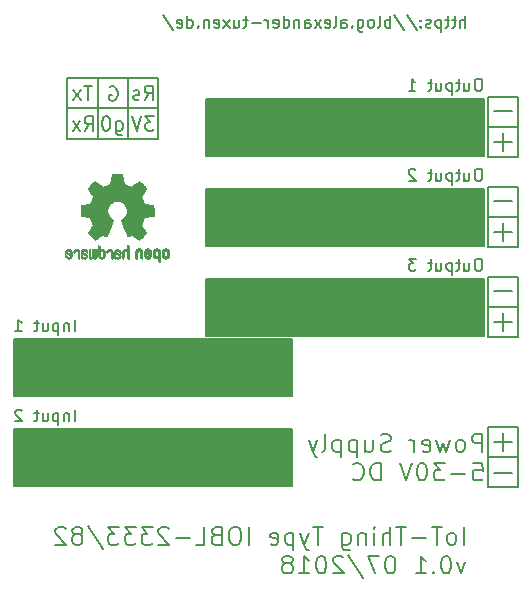
<source format=gbo>
G04 #@! TF.GenerationSoftware,KiCad,Pcbnew,5.0.0-rc3-unknown-eaf938c~65~ubuntu16.04.1*
G04 #@! TF.CreationDate,2018-07-22T11:01:41+02:00*
G04 #@! TF.ProjectId,reservoir_controller,7265736572766F69725F636F6E74726F,rev?*
G04 #@! TF.SameCoordinates,Original*
G04 #@! TF.FileFunction,Legend,Bot*
G04 #@! TF.FilePolarity,Positive*
%FSLAX46Y46*%
G04 Gerber Fmt 4.6, Leading zero omitted, Abs format (unit mm)*
G04 Created by KiCad (PCBNEW 5.0.0-rc3-unknown-eaf938c~65~ubuntu16.04.1) date Sun Jul 22 11:01:41 2018*
%MOMM*%
%LPD*%
G01*
G04 APERTURE LIST*
%ADD10C,0.200000*%
%ADD11C,0.150000*%
%ADD12C,0.010000*%
G04 APERTURE END LIST*
D10*
X42495785Y-2230380D02*
X42495785Y-1230380D01*
X42067214Y-2230380D02*
X42067214Y-1706571D01*
X42114833Y-1611333D01*
X42210071Y-1563714D01*
X42352928Y-1563714D01*
X42448166Y-1611333D01*
X42495785Y-1658952D01*
X41733880Y-1563714D02*
X41352928Y-1563714D01*
X41591023Y-1230380D02*
X41591023Y-2087523D01*
X41543404Y-2182761D01*
X41448166Y-2230380D01*
X41352928Y-2230380D01*
X41162452Y-1563714D02*
X40781500Y-1563714D01*
X41019595Y-1230380D02*
X41019595Y-2087523D01*
X40971976Y-2182761D01*
X40876738Y-2230380D01*
X40781500Y-2230380D01*
X40448166Y-1563714D02*
X40448166Y-2563714D01*
X40448166Y-1611333D02*
X40352928Y-1563714D01*
X40162452Y-1563714D01*
X40067214Y-1611333D01*
X40019595Y-1658952D01*
X39971976Y-1754190D01*
X39971976Y-2039904D01*
X40019595Y-2135142D01*
X40067214Y-2182761D01*
X40162452Y-2230380D01*
X40352928Y-2230380D01*
X40448166Y-2182761D01*
X39591023Y-2182761D02*
X39495785Y-2230380D01*
X39305309Y-2230380D01*
X39210071Y-2182761D01*
X39162452Y-2087523D01*
X39162452Y-2039904D01*
X39210071Y-1944666D01*
X39305309Y-1897047D01*
X39448166Y-1897047D01*
X39543404Y-1849428D01*
X39591023Y-1754190D01*
X39591023Y-1706571D01*
X39543404Y-1611333D01*
X39448166Y-1563714D01*
X39305309Y-1563714D01*
X39210071Y-1611333D01*
X38733880Y-2135142D02*
X38686261Y-2182761D01*
X38733880Y-2230380D01*
X38781500Y-2182761D01*
X38733880Y-2135142D01*
X38733880Y-2230380D01*
X38733880Y-1611333D02*
X38686261Y-1658952D01*
X38733880Y-1706571D01*
X38781500Y-1658952D01*
X38733880Y-1611333D01*
X38733880Y-1706571D01*
X37543404Y-1182761D02*
X38400547Y-2468476D01*
X36495785Y-1182761D02*
X37352928Y-2468476D01*
X36162452Y-2230380D02*
X36162452Y-1230380D01*
X36162452Y-1611333D02*
X36067214Y-1563714D01*
X35876738Y-1563714D01*
X35781500Y-1611333D01*
X35733880Y-1658952D01*
X35686261Y-1754190D01*
X35686261Y-2039904D01*
X35733880Y-2135142D01*
X35781500Y-2182761D01*
X35876738Y-2230380D01*
X36067214Y-2230380D01*
X36162452Y-2182761D01*
X35114833Y-2230380D02*
X35210071Y-2182761D01*
X35257690Y-2087523D01*
X35257690Y-1230380D01*
X34591023Y-2230380D02*
X34686261Y-2182761D01*
X34733880Y-2135142D01*
X34781500Y-2039904D01*
X34781500Y-1754190D01*
X34733880Y-1658952D01*
X34686261Y-1611333D01*
X34591023Y-1563714D01*
X34448166Y-1563714D01*
X34352928Y-1611333D01*
X34305309Y-1658952D01*
X34257690Y-1754190D01*
X34257690Y-2039904D01*
X34305309Y-2135142D01*
X34352928Y-2182761D01*
X34448166Y-2230380D01*
X34591023Y-2230380D01*
X33400547Y-1563714D02*
X33400547Y-2373238D01*
X33448166Y-2468476D01*
X33495785Y-2516095D01*
X33591023Y-2563714D01*
X33733880Y-2563714D01*
X33829119Y-2516095D01*
X33400547Y-2182761D02*
X33495785Y-2230380D01*
X33686261Y-2230380D01*
X33781500Y-2182761D01*
X33829119Y-2135142D01*
X33876738Y-2039904D01*
X33876738Y-1754190D01*
X33829119Y-1658952D01*
X33781500Y-1611333D01*
X33686261Y-1563714D01*
X33495785Y-1563714D01*
X33400547Y-1611333D01*
X32924357Y-2135142D02*
X32876738Y-2182761D01*
X32924357Y-2230380D01*
X32971976Y-2182761D01*
X32924357Y-2135142D01*
X32924357Y-2230380D01*
X32019595Y-2230380D02*
X32019595Y-1706571D01*
X32067214Y-1611333D01*
X32162452Y-1563714D01*
X32352928Y-1563714D01*
X32448166Y-1611333D01*
X32019595Y-2182761D02*
X32114833Y-2230380D01*
X32352928Y-2230380D01*
X32448166Y-2182761D01*
X32495785Y-2087523D01*
X32495785Y-1992285D01*
X32448166Y-1897047D01*
X32352928Y-1849428D01*
X32114833Y-1849428D01*
X32019595Y-1801809D01*
X31400547Y-2230380D02*
X31495785Y-2182761D01*
X31543404Y-2087523D01*
X31543404Y-1230380D01*
X30638642Y-2182761D02*
X30733880Y-2230380D01*
X30924357Y-2230380D01*
X31019595Y-2182761D01*
X31067214Y-2087523D01*
X31067214Y-1706571D01*
X31019595Y-1611333D01*
X30924357Y-1563714D01*
X30733880Y-1563714D01*
X30638642Y-1611333D01*
X30591023Y-1706571D01*
X30591023Y-1801809D01*
X31067214Y-1897047D01*
X30257690Y-2230380D02*
X29733880Y-1563714D01*
X30257690Y-1563714D02*
X29733880Y-2230380D01*
X28924357Y-2230380D02*
X28924357Y-1706571D01*
X28971976Y-1611333D01*
X29067214Y-1563714D01*
X29257690Y-1563714D01*
X29352928Y-1611333D01*
X28924357Y-2182761D02*
X29019595Y-2230380D01*
X29257690Y-2230380D01*
X29352928Y-2182761D01*
X29400547Y-2087523D01*
X29400547Y-1992285D01*
X29352928Y-1897047D01*
X29257690Y-1849428D01*
X29019595Y-1849428D01*
X28924357Y-1801809D01*
X28448166Y-1563714D02*
X28448166Y-2230380D01*
X28448166Y-1658952D02*
X28400547Y-1611333D01*
X28305309Y-1563714D01*
X28162452Y-1563714D01*
X28067214Y-1611333D01*
X28019595Y-1706571D01*
X28019595Y-2230380D01*
X27114833Y-2230380D02*
X27114833Y-1230380D01*
X27114833Y-2182761D02*
X27210071Y-2230380D01*
X27400547Y-2230380D01*
X27495785Y-2182761D01*
X27543404Y-2135142D01*
X27591023Y-2039904D01*
X27591023Y-1754190D01*
X27543404Y-1658952D01*
X27495785Y-1611333D01*
X27400547Y-1563714D01*
X27210071Y-1563714D01*
X27114833Y-1611333D01*
X26257690Y-2182761D02*
X26352928Y-2230380D01*
X26543404Y-2230380D01*
X26638642Y-2182761D01*
X26686261Y-2087523D01*
X26686261Y-1706571D01*
X26638642Y-1611333D01*
X26543404Y-1563714D01*
X26352928Y-1563714D01*
X26257690Y-1611333D01*
X26210071Y-1706571D01*
X26210071Y-1801809D01*
X26686261Y-1897047D01*
X25781500Y-2230380D02*
X25781500Y-1563714D01*
X25781500Y-1754190D02*
X25733880Y-1658952D01*
X25686261Y-1611333D01*
X25591023Y-1563714D01*
X25495785Y-1563714D01*
X25162452Y-1849428D02*
X24400547Y-1849428D01*
X24067214Y-1563714D02*
X23686261Y-1563714D01*
X23924357Y-1230380D02*
X23924357Y-2087523D01*
X23876738Y-2182761D01*
X23781500Y-2230380D01*
X23686261Y-2230380D01*
X22924357Y-1563714D02*
X22924357Y-2230380D01*
X23352928Y-1563714D02*
X23352928Y-2087523D01*
X23305309Y-2182761D01*
X23210071Y-2230380D01*
X23067214Y-2230380D01*
X22971976Y-2182761D01*
X22924357Y-2135142D01*
X22543404Y-2230380D02*
X22019595Y-1563714D01*
X22543404Y-1563714D02*
X22019595Y-2230380D01*
X21257690Y-2182761D02*
X21352928Y-2230380D01*
X21543404Y-2230380D01*
X21638642Y-2182761D01*
X21686261Y-2087523D01*
X21686261Y-1706571D01*
X21638642Y-1611333D01*
X21543404Y-1563714D01*
X21352928Y-1563714D01*
X21257690Y-1611333D01*
X21210071Y-1706571D01*
X21210071Y-1801809D01*
X21686261Y-1897047D01*
X20781500Y-1563714D02*
X20781500Y-2230380D01*
X20781500Y-1658952D02*
X20733880Y-1611333D01*
X20638642Y-1563714D01*
X20495785Y-1563714D01*
X20400547Y-1611333D01*
X20352928Y-1706571D01*
X20352928Y-2230380D01*
X19876738Y-2135142D02*
X19829119Y-2182761D01*
X19876738Y-2230380D01*
X19924357Y-2182761D01*
X19876738Y-2135142D01*
X19876738Y-2230380D01*
X18971976Y-2230380D02*
X18971976Y-1230380D01*
X18971976Y-2182761D02*
X19067214Y-2230380D01*
X19257690Y-2230380D01*
X19352928Y-2182761D01*
X19400547Y-2135142D01*
X19448166Y-2039904D01*
X19448166Y-1754190D01*
X19400547Y-1658952D01*
X19352928Y-1611333D01*
X19257690Y-1563714D01*
X19067214Y-1563714D01*
X18971976Y-1611333D01*
X18114833Y-2182761D02*
X18210071Y-2230380D01*
X18400547Y-2230380D01*
X18495785Y-2182761D01*
X18543404Y-2087523D01*
X18543404Y-1706571D01*
X18495785Y-1611333D01*
X18400547Y-1563714D01*
X18210071Y-1563714D01*
X18114833Y-1611333D01*
X18067214Y-1706571D01*
X18067214Y-1801809D01*
X18543404Y-1897047D01*
X16924357Y-1182761D02*
X17781500Y-2468476D01*
X44894595Y-9318642D02*
X46418404Y-9318642D01*
X46926500Y-10668000D02*
X44386500Y-10668000D01*
X44386500Y-13208000D02*
X46926500Y-13208000D01*
X44958095Y-11922142D02*
X46481904Y-11922142D01*
X45720000Y-11160238D02*
X45720000Y-12684047D01*
X46926500Y-13208000D02*
X46926500Y-8128000D01*
X46926500Y-8128000D02*
X44386500Y-8128000D01*
X44386500Y-8128000D02*
X44386500Y-13208000D01*
X44958095Y-19542142D02*
X46481904Y-19542142D01*
X45720000Y-18780238D02*
X45720000Y-20304047D01*
X46926500Y-20828000D02*
X46926500Y-15748000D01*
X44894595Y-16938642D02*
X46418404Y-16938642D01*
X44386500Y-20828000D02*
X46926500Y-20828000D01*
X46926500Y-18288000D02*
X44386500Y-18288000D01*
X46926500Y-15748000D02*
X44386500Y-15748000D01*
X44386500Y-15748000D02*
X44386500Y-20828000D01*
X46926500Y-23368000D02*
X44386500Y-23368000D01*
X44958095Y-27162142D02*
X46481904Y-27162142D01*
X45720000Y-26400238D02*
X45720000Y-27924047D01*
X46926500Y-28448000D02*
X46926500Y-23368000D01*
X44386500Y-23368000D02*
X44386500Y-28448000D01*
X44894595Y-24558642D02*
X46418404Y-24558642D01*
X46926500Y-25908000D02*
X44386500Y-25908000D01*
X44386500Y-28448000D02*
X46926500Y-28448000D01*
X44450000Y-38608000D02*
X46990000Y-38608000D01*
X44450000Y-36068000D02*
X44450000Y-41148000D01*
X46990000Y-36068000D02*
X44450000Y-36068000D01*
X46990000Y-41148000D02*
X46990000Y-36068000D01*
X44450000Y-41148000D02*
X46990000Y-41148000D01*
X9421500Y-35567880D02*
X9421500Y-34567880D01*
X8945309Y-34901214D02*
X8945309Y-35567880D01*
X8945309Y-34996452D02*
X8897690Y-34948833D01*
X8802452Y-34901214D01*
X8659595Y-34901214D01*
X8564357Y-34948833D01*
X8516738Y-35044071D01*
X8516738Y-35567880D01*
X8040547Y-34901214D02*
X8040547Y-35901214D01*
X8040547Y-34948833D02*
X7945309Y-34901214D01*
X7754833Y-34901214D01*
X7659595Y-34948833D01*
X7611976Y-34996452D01*
X7564357Y-35091690D01*
X7564357Y-35377404D01*
X7611976Y-35472642D01*
X7659595Y-35520261D01*
X7754833Y-35567880D01*
X7945309Y-35567880D01*
X8040547Y-35520261D01*
X6707214Y-34901214D02*
X6707214Y-35567880D01*
X7135785Y-34901214D02*
X7135785Y-35425023D01*
X7088166Y-35520261D01*
X6992928Y-35567880D01*
X6850071Y-35567880D01*
X6754833Y-35520261D01*
X6707214Y-35472642D01*
X6373880Y-34901214D02*
X5992928Y-34901214D01*
X6231023Y-34567880D02*
X6231023Y-35425023D01*
X6183404Y-35520261D01*
X6088166Y-35567880D01*
X5992928Y-35567880D01*
X4945309Y-34663119D02*
X4897690Y-34615500D01*
X4802452Y-34567880D01*
X4564357Y-34567880D01*
X4469119Y-34615500D01*
X4421500Y-34663119D01*
X4373880Y-34758357D01*
X4373880Y-34853595D01*
X4421500Y-34996452D01*
X4992928Y-35567880D01*
X4373880Y-35567880D01*
D11*
G36*
X4254500Y-41021000D02*
X4254500Y-36258500D01*
X27813000Y-36258500D01*
X27813000Y-41021000D01*
X4254500Y-41021000D01*
G37*
X4254500Y-41021000D02*
X4254500Y-36258500D01*
X27813000Y-36258500D01*
X27813000Y-41021000D01*
X4254500Y-41021000D01*
G36*
X4254500Y-33401000D02*
X4254500Y-28638500D01*
X27813000Y-28638500D01*
X27813000Y-33401000D01*
X4254500Y-33401000D01*
G37*
X4254500Y-33401000D02*
X4254500Y-28638500D01*
X27813000Y-28638500D01*
X27813000Y-33401000D01*
X4254500Y-33401000D01*
D10*
X9421500Y-27947880D02*
X9421500Y-26947880D01*
X8945309Y-27281214D02*
X8945309Y-27947880D01*
X8945309Y-27376452D02*
X8897690Y-27328833D01*
X8802452Y-27281214D01*
X8659595Y-27281214D01*
X8564357Y-27328833D01*
X8516738Y-27424071D01*
X8516738Y-27947880D01*
X8040547Y-27281214D02*
X8040547Y-28281214D01*
X8040547Y-27328833D02*
X7945309Y-27281214D01*
X7754833Y-27281214D01*
X7659595Y-27328833D01*
X7611976Y-27376452D01*
X7564357Y-27471690D01*
X7564357Y-27757404D01*
X7611976Y-27852642D01*
X7659595Y-27900261D01*
X7754833Y-27947880D01*
X7945309Y-27947880D01*
X8040547Y-27900261D01*
X6707214Y-27281214D02*
X6707214Y-27947880D01*
X7135785Y-27281214D02*
X7135785Y-27805023D01*
X7088166Y-27900261D01*
X6992928Y-27947880D01*
X6850071Y-27947880D01*
X6754833Y-27900261D01*
X6707214Y-27852642D01*
X6373880Y-27281214D02*
X5992928Y-27281214D01*
X6231023Y-26947880D02*
X6231023Y-27805023D01*
X6183404Y-27900261D01*
X6088166Y-27947880D01*
X5992928Y-27947880D01*
X4373880Y-27947880D02*
X4945309Y-27947880D01*
X4659595Y-27947880D02*
X4659595Y-26947880D01*
X4754833Y-27090738D01*
X4850071Y-27185976D01*
X4945309Y-27233595D01*
X43711452Y-21804380D02*
X43520976Y-21804380D01*
X43425738Y-21852000D01*
X43330500Y-21947238D01*
X43282880Y-22137714D01*
X43282880Y-22471047D01*
X43330500Y-22661523D01*
X43425738Y-22756761D01*
X43520976Y-22804380D01*
X43711452Y-22804380D01*
X43806690Y-22756761D01*
X43901928Y-22661523D01*
X43949547Y-22471047D01*
X43949547Y-22137714D01*
X43901928Y-21947238D01*
X43806690Y-21852000D01*
X43711452Y-21804380D01*
X42425738Y-22137714D02*
X42425738Y-22804380D01*
X42854309Y-22137714D02*
X42854309Y-22661523D01*
X42806690Y-22756761D01*
X42711452Y-22804380D01*
X42568595Y-22804380D01*
X42473357Y-22756761D01*
X42425738Y-22709142D01*
X42092404Y-22137714D02*
X41711452Y-22137714D01*
X41949547Y-21804380D02*
X41949547Y-22661523D01*
X41901928Y-22756761D01*
X41806690Y-22804380D01*
X41711452Y-22804380D01*
X41378119Y-22137714D02*
X41378119Y-23137714D01*
X41378119Y-22185333D02*
X41282880Y-22137714D01*
X41092404Y-22137714D01*
X40997166Y-22185333D01*
X40949547Y-22232952D01*
X40901928Y-22328190D01*
X40901928Y-22613904D01*
X40949547Y-22709142D01*
X40997166Y-22756761D01*
X41092404Y-22804380D01*
X41282880Y-22804380D01*
X41378119Y-22756761D01*
X40044785Y-22137714D02*
X40044785Y-22804380D01*
X40473357Y-22137714D02*
X40473357Y-22661523D01*
X40425738Y-22756761D01*
X40330500Y-22804380D01*
X40187642Y-22804380D01*
X40092404Y-22756761D01*
X40044785Y-22709142D01*
X39711452Y-22137714D02*
X39330500Y-22137714D01*
X39568595Y-21804380D02*
X39568595Y-22661523D01*
X39520976Y-22756761D01*
X39425738Y-22804380D01*
X39330500Y-22804380D01*
X38330500Y-21804380D02*
X37711452Y-21804380D01*
X38044785Y-22185333D01*
X37901928Y-22185333D01*
X37806690Y-22232952D01*
X37759071Y-22280571D01*
X37711452Y-22375809D01*
X37711452Y-22613904D01*
X37759071Y-22709142D01*
X37806690Y-22756761D01*
X37901928Y-22804380D01*
X38187642Y-22804380D01*
X38282880Y-22756761D01*
X38330500Y-22709142D01*
D11*
G36*
X20510500Y-28321000D02*
X20510500Y-23558500D01*
X44069000Y-23558500D01*
X44069000Y-28321000D01*
X20510500Y-28321000D01*
G37*
X20510500Y-28321000D02*
X20510500Y-23558500D01*
X44069000Y-23558500D01*
X44069000Y-28321000D01*
X20510500Y-28321000D01*
D10*
X43711452Y-14184380D02*
X43520976Y-14184380D01*
X43425738Y-14232000D01*
X43330500Y-14327238D01*
X43282880Y-14517714D01*
X43282880Y-14851047D01*
X43330500Y-15041523D01*
X43425738Y-15136761D01*
X43520976Y-15184380D01*
X43711452Y-15184380D01*
X43806690Y-15136761D01*
X43901928Y-15041523D01*
X43949547Y-14851047D01*
X43949547Y-14517714D01*
X43901928Y-14327238D01*
X43806690Y-14232000D01*
X43711452Y-14184380D01*
X42425738Y-14517714D02*
X42425738Y-15184380D01*
X42854309Y-14517714D02*
X42854309Y-15041523D01*
X42806690Y-15136761D01*
X42711452Y-15184380D01*
X42568595Y-15184380D01*
X42473357Y-15136761D01*
X42425738Y-15089142D01*
X42092404Y-14517714D02*
X41711452Y-14517714D01*
X41949547Y-14184380D02*
X41949547Y-15041523D01*
X41901928Y-15136761D01*
X41806690Y-15184380D01*
X41711452Y-15184380D01*
X41378119Y-14517714D02*
X41378119Y-15517714D01*
X41378119Y-14565333D02*
X41282880Y-14517714D01*
X41092404Y-14517714D01*
X40997166Y-14565333D01*
X40949547Y-14612952D01*
X40901928Y-14708190D01*
X40901928Y-14993904D01*
X40949547Y-15089142D01*
X40997166Y-15136761D01*
X41092404Y-15184380D01*
X41282880Y-15184380D01*
X41378119Y-15136761D01*
X40044785Y-14517714D02*
X40044785Y-15184380D01*
X40473357Y-14517714D02*
X40473357Y-15041523D01*
X40425738Y-15136761D01*
X40330500Y-15184380D01*
X40187642Y-15184380D01*
X40092404Y-15136761D01*
X40044785Y-15089142D01*
X39711452Y-14517714D02*
X39330500Y-14517714D01*
X39568595Y-14184380D02*
X39568595Y-15041523D01*
X39520976Y-15136761D01*
X39425738Y-15184380D01*
X39330500Y-15184380D01*
X38282880Y-14279619D02*
X38235261Y-14232000D01*
X38140023Y-14184380D01*
X37901928Y-14184380D01*
X37806690Y-14232000D01*
X37759071Y-14279619D01*
X37711452Y-14374857D01*
X37711452Y-14470095D01*
X37759071Y-14612952D01*
X38330500Y-15184380D01*
X37711452Y-15184380D01*
D11*
G36*
X20510500Y-20701000D02*
X20510500Y-15938500D01*
X44069000Y-15938500D01*
X44069000Y-20701000D01*
X20510500Y-20701000D01*
G37*
X20510500Y-20701000D02*
X20510500Y-15938500D01*
X44069000Y-15938500D01*
X44069000Y-20701000D01*
X20510500Y-20701000D01*
G36*
X20510500Y-13081000D02*
X20510500Y-8318500D01*
X44069000Y-8318500D01*
X44069000Y-13081000D01*
X20510500Y-13081000D01*
G37*
X20510500Y-13081000D02*
X20510500Y-8318500D01*
X44069000Y-8318500D01*
X44069000Y-13081000D01*
X20510500Y-13081000D01*
D10*
X42375357Y-45999071D02*
X42375357Y-44499071D01*
X41446785Y-45999071D02*
X41589642Y-45927642D01*
X41661071Y-45856214D01*
X41732500Y-45713357D01*
X41732500Y-45284785D01*
X41661071Y-45141928D01*
X41589642Y-45070500D01*
X41446785Y-44999071D01*
X41232500Y-44999071D01*
X41089642Y-45070500D01*
X41018214Y-45141928D01*
X40946785Y-45284785D01*
X40946785Y-45713357D01*
X41018214Y-45856214D01*
X41089642Y-45927642D01*
X41232500Y-45999071D01*
X41446785Y-45999071D01*
X40518214Y-44499071D02*
X39661071Y-44499071D01*
X40089642Y-45999071D02*
X40089642Y-44499071D01*
X39161071Y-45427642D02*
X38018214Y-45427642D01*
X37518214Y-44499071D02*
X36661071Y-44499071D01*
X37089642Y-45999071D02*
X37089642Y-44499071D01*
X36161071Y-45999071D02*
X36161071Y-44499071D01*
X35518214Y-45999071D02*
X35518214Y-45213357D01*
X35589642Y-45070500D01*
X35732500Y-44999071D01*
X35946785Y-44999071D01*
X36089642Y-45070500D01*
X36161071Y-45141928D01*
X34803928Y-45999071D02*
X34803928Y-44999071D01*
X34803928Y-44499071D02*
X34875357Y-44570500D01*
X34803928Y-44641928D01*
X34732500Y-44570500D01*
X34803928Y-44499071D01*
X34803928Y-44641928D01*
X34089642Y-44999071D02*
X34089642Y-45999071D01*
X34089642Y-45141928D02*
X34018214Y-45070500D01*
X33875357Y-44999071D01*
X33661071Y-44999071D01*
X33518214Y-45070500D01*
X33446785Y-45213357D01*
X33446785Y-45999071D01*
X32089642Y-44999071D02*
X32089642Y-46213357D01*
X32161071Y-46356214D01*
X32232499Y-46427642D01*
X32375357Y-46499071D01*
X32589642Y-46499071D01*
X32732499Y-46427642D01*
X32089642Y-45927642D02*
X32232499Y-45999071D01*
X32518214Y-45999071D01*
X32661071Y-45927642D01*
X32732499Y-45856214D01*
X32803928Y-45713357D01*
X32803928Y-45284785D01*
X32732499Y-45141928D01*
X32661071Y-45070500D01*
X32518214Y-44999071D01*
X32232499Y-44999071D01*
X32089642Y-45070500D01*
X30446785Y-44499071D02*
X29589642Y-44499071D01*
X30018214Y-45999071D02*
X30018214Y-44499071D01*
X29232500Y-44999071D02*
X28875357Y-45999071D01*
X28518214Y-44999071D02*
X28875357Y-45999071D01*
X29018214Y-46356214D01*
X29089642Y-46427642D01*
X29232500Y-46499071D01*
X27946785Y-44999071D02*
X27946785Y-46499071D01*
X27946785Y-45070500D02*
X27803928Y-44999071D01*
X27518214Y-44999071D01*
X27375357Y-45070500D01*
X27303928Y-45141928D01*
X27232500Y-45284785D01*
X27232500Y-45713357D01*
X27303928Y-45856214D01*
X27375357Y-45927642D01*
X27518214Y-45999071D01*
X27803928Y-45999071D01*
X27946785Y-45927642D01*
X26018214Y-45927642D02*
X26161071Y-45999071D01*
X26446785Y-45999071D01*
X26589642Y-45927642D01*
X26661071Y-45784785D01*
X26661071Y-45213357D01*
X26589642Y-45070500D01*
X26446785Y-44999071D01*
X26161071Y-44999071D01*
X26018214Y-45070500D01*
X25946785Y-45213357D01*
X25946785Y-45356214D01*
X26661071Y-45499071D01*
X24161071Y-45999071D02*
X24161071Y-44499071D01*
X23161071Y-44499071D02*
X22875357Y-44499071D01*
X22732500Y-44570500D01*
X22589642Y-44713357D01*
X22518214Y-44999071D01*
X22518214Y-45499071D01*
X22589642Y-45784785D01*
X22732500Y-45927642D01*
X22875357Y-45999071D01*
X23161071Y-45999071D01*
X23303928Y-45927642D01*
X23446785Y-45784785D01*
X23518214Y-45499071D01*
X23518214Y-44999071D01*
X23446785Y-44713357D01*
X23303928Y-44570500D01*
X23161071Y-44499071D01*
X21375357Y-45213357D02*
X21161071Y-45284785D01*
X21089642Y-45356214D01*
X21018214Y-45499071D01*
X21018214Y-45713357D01*
X21089642Y-45856214D01*
X21161071Y-45927642D01*
X21303928Y-45999071D01*
X21875357Y-45999071D01*
X21875357Y-44499071D01*
X21375357Y-44499071D01*
X21232500Y-44570500D01*
X21161071Y-44641928D01*
X21089642Y-44784785D01*
X21089642Y-44927642D01*
X21161071Y-45070500D01*
X21232500Y-45141928D01*
X21375357Y-45213357D01*
X21875357Y-45213357D01*
X19661071Y-45999071D02*
X20375357Y-45999071D01*
X20375357Y-44499071D01*
X19161071Y-45427642D02*
X18018214Y-45427642D01*
X17375357Y-44641928D02*
X17303928Y-44570500D01*
X17161071Y-44499071D01*
X16803928Y-44499071D01*
X16661071Y-44570500D01*
X16589642Y-44641928D01*
X16518214Y-44784785D01*
X16518214Y-44927642D01*
X16589642Y-45141928D01*
X17446785Y-45999071D01*
X16518214Y-45999071D01*
X16018214Y-44499071D02*
X15089642Y-44499071D01*
X15589642Y-45070500D01*
X15375357Y-45070500D01*
X15232499Y-45141928D01*
X15161071Y-45213357D01*
X15089642Y-45356214D01*
X15089642Y-45713357D01*
X15161071Y-45856214D01*
X15232499Y-45927642D01*
X15375357Y-45999071D01*
X15803928Y-45999071D01*
X15946785Y-45927642D01*
X16018214Y-45856214D01*
X14589642Y-44499071D02*
X13661071Y-44499071D01*
X14161071Y-45070500D01*
X13946785Y-45070500D01*
X13803928Y-45141928D01*
X13732499Y-45213357D01*
X13661071Y-45356214D01*
X13661071Y-45713357D01*
X13732499Y-45856214D01*
X13803928Y-45927642D01*
X13946785Y-45999071D01*
X14375357Y-45999071D01*
X14518214Y-45927642D01*
X14589642Y-45856214D01*
X13161071Y-44499071D02*
X12232499Y-44499071D01*
X12732499Y-45070500D01*
X12518214Y-45070500D01*
X12375357Y-45141928D01*
X12303928Y-45213357D01*
X12232499Y-45356214D01*
X12232499Y-45713357D01*
X12303928Y-45856214D01*
X12375357Y-45927642D01*
X12518214Y-45999071D01*
X12946785Y-45999071D01*
X13089642Y-45927642D01*
X13161071Y-45856214D01*
X10518214Y-44427642D02*
X11803928Y-46356214D01*
X9803928Y-45141928D02*
X9946785Y-45070500D01*
X10018214Y-44999071D01*
X10089642Y-44856214D01*
X10089642Y-44784785D01*
X10018214Y-44641928D01*
X9946785Y-44570500D01*
X9803928Y-44499071D01*
X9518214Y-44499071D01*
X9375357Y-44570500D01*
X9303928Y-44641928D01*
X9232500Y-44784785D01*
X9232500Y-44856214D01*
X9303928Y-44999071D01*
X9375357Y-45070500D01*
X9518214Y-45141928D01*
X9803928Y-45141928D01*
X9946785Y-45213357D01*
X10018214Y-45284785D01*
X10089642Y-45427642D01*
X10089642Y-45713357D01*
X10018214Y-45856214D01*
X9946785Y-45927642D01*
X9803928Y-45999071D01*
X9518214Y-45999071D01*
X9375357Y-45927642D01*
X9303928Y-45856214D01*
X9232500Y-45713357D01*
X9232500Y-45427642D01*
X9303928Y-45284785D01*
X9375357Y-45213357D01*
X9518214Y-45141928D01*
X8661071Y-44641928D02*
X8589642Y-44570500D01*
X8446785Y-44499071D01*
X8089642Y-44499071D01*
X7946785Y-44570500D01*
X7875357Y-44641928D01*
X7803928Y-44784785D01*
X7803928Y-44927642D01*
X7875357Y-45141928D01*
X8732500Y-45999071D01*
X7803928Y-45999071D01*
X42518214Y-47449071D02*
X42161071Y-48449071D01*
X41803928Y-47449071D01*
X40946785Y-46949071D02*
X40803928Y-46949071D01*
X40661071Y-47020500D01*
X40589642Y-47091928D01*
X40518214Y-47234785D01*
X40446785Y-47520500D01*
X40446785Y-47877642D01*
X40518214Y-48163357D01*
X40589642Y-48306214D01*
X40661071Y-48377642D01*
X40803928Y-48449071D01*
X40946785Y-48449071D01*
X41089642Y-48377642D01*
X41161071Y-48306214D01*
X41232500Y-48163357D01*
X41303928Y-47877642D01*
X41303928Y-47520500D01*
X41232500Y-47234785D01*
X41161071Y-47091928D01*
X41089642Y-47020500D01*
X40946785Y-46949071D01*
X39803928Y-48306214D02*
X39732500Y-48377642D01*
X39803928Y-48449071D01*
X39875357Y-48377642D01*
X39803928Y-48306214D01*
X39803928Y-48449071D01*
X38303928Y-48449071D02*
X39161071Y-48449071D01*
X38732500Y-48449071D02*
X38732500Y-46949071D01*
X38875357Y-47163357D01*
X39018214Y-47306214D01*
X39161071Y-47377642D01*
X36232500Y-46949071D02*
X36089642Y-46949071D01*
X35946785Y-47020500D01*
X35875357Y-47091928D01*
X35803928Y-47234785D01*
X35732500Y-47520500D01*
X35732500Y-47877642D01*
X35803928Y-48163357D01*
X35875357Y-48306214D01*
X35946785Y-48377642D01*
X36089642Y-48449071D01*
X36232500Y-48449071D01*
X36375357Y-48377642D01*
X36446785Y-48306214D01*
X36518214Y-48163357D01*
X36589642Y-47877642D01*
X36589642Y-47520500D01*
X36518214Y-47234785D01*
X36446785Y-47091928D01*
X36375357Y-47020500D01*
X36232500Y-46949071D01*
X35232500Y-46949071D02*
X34232500Y-46949071D01*
X34875357Y-48449071D01*
X32589642Y-46877642D02*
X33875357Y-48806214D01*
X32161071Y-47091928D02*
X32089642Y-47020500D01*
X31946785Y-46949071D01*
X31589642Y-46949071D01*
X31446785Y-47020500D01*
X31375357Y-47091928D01*
X31303928Y-47234785D01*
X31303928Y-47377642D01*
X31375357Y-47591928D01*
X32232500Y-48449071D01*
X31303928Y-48449071D01*
X30375357Y-46949071D02*
X30232500Y-46949071D01*
X30089642Y-47020500D01*
X30018214Y-47091928D01*
X29946785Y-47234785D01*
X29875357Y-47520500D01*
X29875357Y-47877642D01*
X29946785Y-48163357D01*
X30018214Y-48306214D01*
X30089642Y-48377642D01*
X30232500Y-48449071D01*
X30375357Y-48449071D01*
X30518214Y-48377642D01*
X30589642Y-48306214D01*
X30661071Y-48163357D01*
X30732500Y-47877642D01*
X30732500Y-47520500D01*
X30661071Y-47234785D01*
X30589642Y-47091928D01*
X30518214Y-47020500D01*
X30375357Y-46949071D01*
X28446785Y-48449071D02*
X29303928Y-48449071D01*
X28875357Y-48449071D02*
X28875357Y-46949071D01*
X29018214Y-47163357D01*
X29161071Y-47306214D01*
X29303928Y-47377642D01*
X27589642Y-47591928D02*
X27732500Y-47520500D01*
X27803928Y-47449071D01*
X27875357Y-47306214D01*
X27875357Y-47234785D01*
X27803928Y-47091928D01*
X27732500Y-47020500D01*
X27589642Y-46949071D01*
X27303928Y-46949071D01*
X27161071Y-47020500D01*
X27089642Y-47091928D01*
X27018214Y-47234785D01*
X27018214Y-47306214D01*
X27089642Y-47449071D01*
X27161071Y-47520500D01*
X27303928Y-47591928D01*
X27589642Y-47591928D01*
X27732500Y-47663357D01*
X27803928Y-47734785D01*
X27875357Y-47877642D01*
X27875357Y-48163357D01*
X27803928Y-48306214D01*
X27732500Y-48377642D01*
X27589642Y-48449071D01*
X27303928Y-48449071D01*
X27161071Y-48377642D01*
X27089642Y-48306214D01*
X27018214Y-48163357D01*
X27018214Y-47877642D01*
X27089642Y-47734785D01*
X27161071Y-47663357D01*
X27303928Y-47591928D01*
X43711452Y-6564380D02*
X43520976Y-6564380D01*
X43425738Y-6612000D01*
X43330500Y-6707238D01*
X43282880Y-6897714D01*
X43282880Y-7231047D01*
X43330500Y-7421523D01*
X43425738Y-7516761D01*
X43520976Y-7564380D01*
X43711452Y-7564380D01*
X43806690Y-7516761D01*
X43901928Y-7421523D01*
X43949547Y-7231047D01*
X43949547Y-6897714D01*
X43901928Y-6707238D01*
X43806690Y-6612000D01*
X43711452Y-6564380D01*
X42425738Y-6897714D02*
X42425738Y-7564380D01*
X42854309Y-6897714D02*
X42854309Y-7421523D01*
X42806690Y-7516761D01*
X42711452Y-7564380D01*
X42568595Y-7564380D01*
X42473357Y-7516761D01*
X42425738Y-7469142D01*
X42092404Y-6897714D02*
X41711452Y-6897714D01*
X41949547Y-6564380D02*
X41949547Y-7421523D01*
X41901928Y-7516761D01*
X41806690Y-7564380D01*
X41711452Y-7564380D01*
X41378119Y-6897714D02*
X41378119Y-7897714D01*
X41378119Y-6945333D02*
X41282880Y-6897714D01*
X41092404Y-6897714D01*
X40997166Y-6945333D01*
X40949547Y-6992952D01*
X40901928Y-7088190D01*
X40901928Y-7373904D01*
X40949547Y-7469142D01*
X40997166Y-7516761D01*
X41092404Y-7564380D01*
X41282880Y-7564380D01*
X41378119Y-7516761D01*
X40044785Y-6897714D02*
X40044785Y-7564380D01*
X40473357Y-6897714D02*
X40473357Y-7421523D01*
X40425738Y-7516761D01*
X40330500Y-7564380D01*
X40187642Y-7564380D01*
X40092404Y-7516761D01*
X40044785Y-7469142D01*
X39711452Y-6897714D02*
X39330500Y-6897714D01*
X39568595Y-6564380D02*
X39568595Y-7421523D01*
X39520976Y-7516761D01*
X39425738Y-7564380D01*
X39330500Y-7564380D01*
X37711452Y-7564380D02*
X38282880Y-7564380D01*
X37997166Y-7564380D02*
X37997166Y-6564380D01*
X38092404Y-6707238D01*
X38187642Y-6802476D01*
X38282880Y-6850095D01*
X16154285Y-9756857D02*
X15411428Y-9756857D01*
X15811428Y-10214000D01*
X15640000Y-10214000D01*
X15525714Y-10271142D01*
X15468571Y-10328285D01*
X15411428Y-10442571D01*
X15411428Y-10728285D01*
X15468571Y-10842571D01*
X15525714Y-10899714D01*
X15640000Y-10956857D01*
X15982857Y-10956857D01*
X16097142Y-10899714D01*
X16154285Y-10842571D01*
X15068571Y-9756857D02*
X14668571Y-10956857D01*
X14268571Y-9756857D01*
X15354285Y-8353357D02*
X15754285Y-7781928D01*
X16040000Y-8353357D02*
X16040000Y-7153357D01*
X15582857Y-7153357D01*
X15468571Y-7210500D01*
X15411428Y-7267642D01*
X15354285Y-7381928D01*
X15354285Y-7553357D01*
X15411428Y-7667642D01*
X15468571Y-7724785D01*
X15582857Y-7781928D01*
X16040000Y-7781928D01*
X14897142Y-8296214D02*
X14782857Y-8353357D01*
X14554285Y-8353357D01*
X14440000Y-8296214D01*
X14382857Y-8181928D01*
X14382857Y-8124785D01*
X14440000Y-8010500D01*
X14554285Y-7953357D01*
X14725714Y-7953357D01*
X14840000Y-7896214D01*
X14897142Y-7781928D01*
X14897142Y-7724785D01*
X14840000Y-7610500D01*
X14725714Y-7553357D01*
X14554285Y-7553357D01*
X14440000Y-7610500D01*
X12950785Y-10156857D02*
X12950785Y-11128285D01*
X13007928Y-11242571D01*
X13065071Y-11299714D01*
X13179357Y-11356857D01*
X13350785Y-11356857D01*
X13465071Y-11299714D01*
X12950785Y-10899714D02*
X13065071Y-10956857D01*
X13293642Y-10956857D01*
X13407928Y-10899714D01*
X13465071Y-10842571D01*
X13522214Y-10728285D01*
X13522214Y-10385428D01*
X13465071Y-10271142D01*
X13407928Y-10214000D01*
X13293642Y-10156857D01*
X13065071Y-10156857D01*
X12950785Y-10214000D01*
X12150785Y-9756857D02*
X12036500Y-9756857D01*
X11922214Y-9814000D01*
X11865071Y-9871142D01*
X11807928Y-9985428D01*
X11750785Y-10214000D01*
X11750785Y-10499714D01*
X11807928Y-10728285D01*
X11865071Y-10842571D01*
X11922214Y-10899714D01*
X12036500Y-10956857D01*
X12150785Y-10956857D01*
X12265071Y-10899714D01*
X12322214Y-10842571D01*
X12379357Y-10728285D01*
X12436500Y-10499714D01*
X12436500Y-10214000D01*
X12379357Y-9985428D01*
X12322214Y-9871142D01*
X12265071Y-9814000D01*
X12150785Y-9756857D01*
X12385714Y-7274000D02*
X12500000Y-7216857D01*
X12671428Y-7216857D01*
X12842857Y-7274000D01*
X12957142Y-7388285D01*
X13014285Y-7502571D01*
X13071428Y-7731142D01*
X13071428Y-7902571D01*
X13014285Y-8131142D01*
X12957142Y-8245428D01*
X12842857Y-8359714D01*
X12671428Y-8416857D01*
X12557142Y-8416857D01*
X12385714Y-8359714D01*
X12328571Y-8302571D01*
X12328571Y-7902571D01*
X12557142Y-7902571D01*
X10274285Y-10956857D02*
X10674285Y-10385428D01*
X10960000Y-10956857D02*
X10960000Y-9756857D01*
X10502857Y-9756857D01*
X10388571Y-9814000D01*
X10331428Y-9871142D01*
X10274285Y-9985428D01*
X10274285Y-10156857D01*
X10331428Y-10271142D01*
X10388571Y-10328285D01*
X10502857Y-10385428D01*
X10960000Y-10385428D01*
X9874285Y-10956857D02*
X9245714Y-10156857D01*
X9874285Y-10156857D02*
X9245714Y-10956857D01*
X10925071Y-7153357D02*
X10239357Y-7153357D01*
X10582214Y-8353357D02*
X10582214Y-7153357D01*
X9953642Y-8353357D02*
X9325071Y-7553357D01*
X9953642Y-7553357D02*
X9325071Y-8353357D01*
X16510000Y-9080500D02*
X8763000Y-9080500D01*
X13906500Y-11684000D02*
X13906500Y-6477000D01*
X11366500Y-6477000D02*
X11366500Y-11684000D01*
X16510000Y-6477000D02*
X8763000Y-6477000D01*
X16510000Y-11684000D02*
X16510000Y-6477000D01*
X8763000Y-11684000D02*
X16510000Y-11684000D01*
X8763000Y-6477000D02*
X8763000Y-11684000D01*
X46481904Y-39957357D02*
X44958095Y-39957357D01*
X46418404Y-37353857D02*
X44894595Y-37353857D01*
X45656500Y-38115761D02*
X45656500Y-36591952D01*
X43899357Y-38125071D02*
X43899357Y-36625071D01*
X43327928Y-36625071D01*
X43185071Y-36696500D01*
X43113642Y-36767928D01*
X43042214Y-36910785D01*
X43042214Y-37125071D01*
X43113642Y-37267928D01*
X43185071Y-37339357D01*
X43327928Y-37410785D01*
X43899357Y-37410785D01*
X42185071Y-38125071D02*
X42327928Y-38053642D01*
X42399357Y-37982214D01*
X42470785Y-37839357D01*
X42470785Y-37410785D01*
X42399357Y-37267928D01*
X42327928Y-37196500D01*
X42185071Y-37125071D01*
X41970785Y-37125071D01*
X41827928Y-37196500D01*
X41756500Y-37267928D01*
X41685071Y-37410785D01*
X41685071Y-37839357D01*
X41756500Y-37982214D01*
X41827928Y-38053642D01*
X41970785Y-38125071D01*
X42185071Y-38125071D01*
X41185071Y-37125071D02*
X40899357Y-38125071D01*
X40613642Y-37410785D01*
X40327928Y-38125071D01*
X40042214Y-37125071D01*
X38899357Y-38053642D02*
X39042214Y-38125071D01*
X39327928Y-38125071D01*
X39470785Y-38053642D01*
X39542214Y-37910785D01*
X39542214Y-37339357D01*
X39470785Y-37196500D01*
X39327928Y-37125071D01*
X39042214Y-37125071D01*
X38899357Y-37196500D01*
X38827928Y-37339357D01*
X38827928Y-37482214D01*
X39542214Y-37625071D01*
X38185071Y-38125071D02*
X38185071Y-37125071D01*
X38185071Y-37410785D02*
X38113642Y-37267928D01*
X38042214Y-37196500D01*
X37899357Y-37125071D01*
X37756500Y-37125071D01*
X36185071Y-38053642D02*
X35970785Y-38125071D01*
X35613642Y-38125071D01*
X35470785Y-38053642D01*
X35399357Y-37982214D01*
X35327928Y-37839357D01*
X35327928Y-37696500D01*
X35399357Y-37553642D01*
X35470785Y-37482214D01*
X35613642Y-37410785D01*
X35899357Y-37339357D01*
X36042214Y-37267928D01*
X36113642Y-37196500D01*
X36185071Y-37053642D01*
X36185071Y-36910785D01*
X36113642Y-36767928D01*
X36042214Y-36696500D01*
X35899357Y-36625071D01*
X35542214Y-36625071D01*
X35327928Y-36696500D01*
X34042214Y-37125071D02*
X34042214Y-38125071D01*
X34685071Y-37125071D02*
X34685071Y-37910785D01*
X34613642Y-38053642D01*
X34470785Y-38125071D01*
X34256500Y-38125071D01*
X34113642Y-38053642D01*
X34042214Y-37982214D01*
X33327928Y-37125071D02*
X33327928Y-38625071D01*
X33327928Y-37196500D02*
X33185071Y-37125071D01*
X32899357Y-37125071D01*
X32756500Y-37196500D01*
X32685071Y-37267928D01*
X32613642Y-37410785D01*
X32613642Y-37839357D01*
X32685071Y-37982214D01*
X32756500Y-38053642D01*
X32899357Y-38125071D01*
X33185071Y-38125071D01*
X33327928Y-38053642D01*
X31970785Y-37125071D02*
X31970785Y-38625071D01*
X31970785Y-37196500D02*
X31827928Y-37125071D01*
X31542214Y-37125071D01*
X31399357Y-37196500D01*
X31327928Y-37267928D01*
X31256500Y-37410785D01*
X31256500Y-37839357D01*
X31327928Y-37982214D01*
X31399357Y-38053642D01*
X31542214Y-38125071D01*
X31827928Y-38125071D01*
X31970785Y-38053642D01*
X30399357Y-38125071D02*
X30542214Y-38053642D01*
X30613642Y-37910785D01*
X30613642Y-36625071D01*
X29970785Y-37125071D02*
X29613642Y-38125071D01*
X29256500Y-37125071D02*
X29613642Y-38125071D01*
X29756500Y-38482214D01*
X29827928Y-38553642D01*
X29970785Y-38625071D01*
X43185071Y-39075071D02*
X43899357Y-39075071D01*
X43970785Y-39789357D01*
X43899357Y-39717928D01*
X43756500Y-39646500D01*
X43399357Y-39646500D01*
X43256500Y-39717928D01*
X43185071Y-39789357D01*
X43113642Y-39932214D01*
X43113642Y-40289357D01*
X43185071Y-40432214D01*
X43256500Y-40503642D01*
X43399357Y-40575071D01*
X43756500Y-40575071D01*
X43899357Y-40503642D01*
X43970785Y-40432214D01*
X42470785Y-40003642D02*
X41327928Y-40003642D01*
X40756500Y-39075071D02*
X39827928Y-39075071D01*
X40327928Y-39646500D01*
X40113642Y-39646500D01*
X39970785Y-39717928D01*
X39899357Y-39789357D01*
X39827928Y-39932214D01*
X39827928Y-40289357D01*
X39899357Y-40432214D01*
X39970785Y-40503642D01*
X40113642Y-40575071D01*
X40542214Y-40575071D01*
X40685071Y-40503642D01*
X40756500Y-40432214D01*
X38899357Y-39075071D02*
X38756500Y-39075071D01*
X38613642Y-39146500D01*
X38542214Y-39217928D01*
X38470785Y-39360785D01*
X38399357Y-39646500D01*
X38399357Y-40003642D01*
X38470785Y-40289357D01*
X38542214Y-40432214D01*
X38613642Y-40503642D01*
X38756500Y-40575071D01*
X38899357Y-40575071D01*
X39042214Y-40503642D01*
X39113642Y-40432214D01*
X39185071Y-40289357D01*
X39256500Y-40003642D01*
X39256500Y-39646500D01*
X39185071Y-39360785D01*
X39113642Y-39217928D01*
X39042214Y-39146500D01*
X38899357Y-39075071D01*
X37970785Y-39075071D02*
X37470785Y-40575071D01*
X36970785Y-39075071D01*
X35327928Y-40575071D02*
X35327928Y-39075071D01*
X34970785Y-39075071D01*
X34756500Y-39146500D01*
X34613642Y-39289357D01*
X34542214Y-39432214D01*
X34470785Y-39717928D01*
X34470785Y-39932214D01*
X34542214Y-40217928D01*
X34613642Y-40360785D01*
X34756500Y-40503642D01*
X34970785Y-40575071D01*
X35327928Y-40575071D01*
X32970785Y-40432214D02*
X33042214Y-40503642D01*
X33256500Y-40575071D01*
X33399357Y-40575071D01*
X33613642Y-40503642D01*
X33756500Y-40360785D01*
X33827928Y-40217928D01*
X33899357Y-39932214D01*
X33899357Y-39717928D01*
X33827928Y-39432214D01*
X33756500Y-39289357D01*
X33613642Y-39146500D01*
X33399357Y-39075071D01*
X33256500Y-39075071D01*
X33042214Y-39146500D01*
X32970785Y-39217928D01*
D12*
G04 #@! TO.C,REF\002A\002A\002A*
G36*
X16248614Y-20936005D02*
X16173961Y-20973227D01*
X16108069Y-21041761D01*
X16089923Y-21067148D01*
X16070155Y-21100366D01*
X16057328Y-21136445D01*
X16049990Y-21184598D01*
X16046687Y-21254036D01*
X16045962Y-21345706D01*
X16049237Y-21471330D01*
X16060623Y-21565654D01*
X16082459Y-21636023D01*
X16117081Y-21689786D01*
X16166830Y-21734288D01*
X16170486Y-21736923D01*
X16219515Y-21763877D01*
X16278555Y-21777212D01*
X16353641Y-21780500D01*
X16475705Y-21780500D01*
X16475756Y-21898997D01*
X16476892Y-21964992D01*
X16483814Y-22003702D01*
X16501902Y-22026919D01*
X16536538Y-22046433D01*
X16544855Y-22050420D01*
X16583780Y-22069103D01*
X16613917Y-22080903D01*
X16636326Y-22081922D01*
X16652067Y-22068261D01*
X16662198Y-22036022D01*
X16667777Y-21981304D01*
X16669865Y-21900211D01*
X16669519Y-21788844D01*
X16667800Y-21643302D01*
X16667263Y-21599769D01*
X16665328Y-21449705D01*
X16663596Y-21351542D01*
X16475808Y-21351542D01*
X16474752Y-21434864D01*
X16470062Y-21489380D01*
X16459449Y-21525337D01*
X16440628Y-21552982D01*
X16427850Y-21566465D01*
X16375610Y-21605917D01*
X16329358Y-21609128D01*
X16281633Y-21576549D01*
X16280423Y-21575346D01*
X16261006Y-21550168D01*
X16249193Y-21515947D01*
X16243235Y-21463248D01*
X16241380Y-21382631D01*
X16241346Y-21364771D01*
X16245830Y-21253675D01*
X16260426Y-21176661D01*
X16286850Y-21129647D01*
X16326817Y-21108550D01*
X16349916Y-21106423D01*
X16404738Y-21116400D01*
X16442342Y-21149252D01*
X16464977Y-21209357D01*
X16474894Y-21301098D01*
X16475808Y-21351542D01*
X16663596Y-21351542D01*
X16663278Y-21333560D01*
X16660627Y-21246179D01*
X16656894Y-21182405D01*
X16651593Y-21137082D01*
X16644242Y-21105055D01*
X16634357Y-21081168D01*
X16621454Y-21060264D01*
X16615921Y-21052398D01*
X16542531Y-20978095D01*
X16449740Y-20935967D01*
X16342404Y-20924222D01*
X16248614Y-20936005D01*
X16248614Y-20936005D01*
G37*
X16248614Y-20936005D02*
X16173961Y-20973227D01*
X16108069Y-21041761D01*
X16089923Y-21067148D01*
X16070155Y-21100366D01*
X16057328Y-21136445D01*
X16049990Y-21184598D01*
X16046687Y-21254036D01*
X16045962Y-21345706D01*
X16049237Y-21471330D01*
X16060623Y-21565654D01*
X16082459Y-21636023D01*
X16117081Y-21689786D01*
X16166830Y-21734288D01*
X16170486Y-21736923D01*
X16219515Y-21763877D01*
X16278555Y-21777212D01*
X16353641Y-21780500D01*
X16475705Y-21780500D01*
X16475756Y-21898997D01*
X16476892Y-21964992D01*
X16483814Y-22003702D01*
X16501902Y-22026919D01*
X16536538Y-22046433D01*
X16544855Y-22050420D01*
X16583780Y-22069103D01*
X16613917Y-22080903D01*
X16636326Y-22081922D01*
X16652067Y-22068261D01*
X16662198Y-22036022D01*
X16667777Y-21981304D01*
X16669865Y-21900211D01*
X16669519Y-21788844D01*
X16667800Y-21643302D01*
X16667263Y-21599769D01*
X16665328Y-21449705D01*
X16663596Y-21351542D01*
X16475808Y-21351542D01*
X16474752Y-21434864D01*
X16470062Y-21489380D01*
X16459449Y-21525337D01*
X16440628Y-21552982D01*
X16427850Y-21566465D01*
X16375610Y-21605917D01*
X16329358Y-21609128D01*
X16281633Y-21576549D01*
X16280423Y-21575346D01*
X16261006Y-21550168D01*
X16249193Y-21515947D01*
X16243235Y-21463248D01*
X16241380Y-21382631D01*
X16241346Y-21364771D01*
X16245830Y-21253675D01*
X16260426Y-21176661D01*
X16286850Y-21129647D01*
X16326817Y-21108550D01*
X16349916Y-21106423D01*
X16404738Y-21116400D01*
X16442342Y-21149252D01*
X16464977Y-21209357D01*
X16474894Y-21301098D01*
X16475808Y-21351542D01*
X16663596Y-21351542D01*
X16663278Y-21333560D01*
X16660627Y-21246179D01*
X16656894Y-21182405D01*
X16651593Y-21137082D01*
X16644242Y-21105055D01*
X16634357Y-21081168D01*
X16621454Y-21060264D01*
X16615921Y-21052398D01*
X16542531Y-20978095D01*
X16449740Y-20935967D01*
X16342404Y-20924222D01*
X16248614Y-20936005D01*
G36*
X14745836Y-20946589D02*
X14683133Y-20982858D01*
X14639539Y-21018858D01*
X14607655Y-21056575D01*
X14585690Y-21102699D01*
X14571851Y-21163921D01*
X14564347Y-21246931D01*
X14561383Y-21358419D01*
X14561039Y-21438562D01*
X14561039Y-21733565D01*
X14727115Y-21808015D01*
X14736885Y-21484902D01*
X14740921Y-21364229D01*
X14745156Y-21276641D01*
X14750403Y-21216150D01*
X14757475Y-21176768D01*
X14767189Y-21152507D01*
X14780356Y-21137380D01*
X14784581Y-21134106D01*
X14848591Y-21108534D01*
X14913292Y-21118653D01*
X14951808Y-21145500D01*
X14967475Y-21164524D01*
X14978320Y-21189488D01*
X14985212Y-21227334D01*
X14989021Y-21285002D01*
X14990617Y-21369435D01*
X14990885Y-21457428D01*
X14990937Y-21567823D01*
X14992828Y-21645963D01*
X14999155Y-21698665D01*
X15012517Y-21732742D01*
X15035515Y-21755011D01*
X15070746Y-21772287D01*
X15117803Y-21790238D01*
X15169197Y-21809778D01*
X15163079Y-21462985D01*
X15160616Y-21337968D01*
X15157733Y-21245582D01*
X15153602Y-21179381D01*
X15147393Y-21132920D01*
X15138274Y-21099756D01*
X15125417Y-21073444D01*
X15109916Y-21050229D01*
X15035129Y-20976069D01*
X14943872Y-20933184D01*
X14844617Y-20922912D01*
X14745836Y-20946589D01*
X14745836Y-20946589D01*
G37*
X14745836Y-20946589D02*
X14683133Y-20982858D01*
X14639539Y-21018858D01*
X14607655Y-21056575D01*
X14585690Y-21102699D01*
X14571851Y-21163921D01*
X14564347Y-21246931D01*
X14561383Y-21358419D01*
X14561039Y-21438562D01*
X14561039Y-21733565D01*
X14727115Y-21808015D01*
X14736885Y-21484902D01*
X14740921Y-21364229D01*
X14745156Y-21276641D01*
X14750403Y-21216150D01*
X14757475Y-21176768D01*
X14767189Y-21152507D01*
X14780356Y-21137380D01*
X14784581Y-21134106D01*
X14848591Y-21108534D01*
X14913292Y-21118653D01*
X14951808Y-21145500D01*
X14967475Y-21164524D01*
X14978320Y-21189488D01*
X14985212Y-21227334D01*
X14989021Y-21285002D01*
X14990617Y-21369435D01*
X14990885Y-21457428D01*
X14990937Y-21567823D01*
X14992828Y-21645963D01*
X14999155Y-21698665D01*
X15012517Y-21732742D01*
X15035515Y-21755011D01*
X15070746Y-21772287D01*
X15117803Y-21790238D01*
X15169197Y-21809778D01*
X15163079Y-21462985D01*
X15160616Y-21337968D01*
X15157733Y-21245582D01*
X15153602Y-21179381D01*
X15147393Y-21132920D01*
X15138274Y-21099756D01*
X15125417Y-21073444D01*
X15109916Y-21050229D01*
X15035129Y-20976069D01*
X14943872Y-20933184D01*
X14844617Y-20922912D01*
X14745836Y-20946589D01*
G36*
X17000614Y-20938756D02*
X16909036Y-20986909D01*
X16841451Y-21064405D01*
X16817443Y-21114227D01*
X16798762Y-21189033D01*
X16789199Y-21283552D01*
X16788292Y-21386710D01*
X16795579Y-21487435D01*
X16810597Y-21574653D01*
X16832885Y-21637291D01*
X16839735Y-21648079D01*
X16920868Y-21728605D01*
X17017234Y-21776836D01*
X17121799Y-21790950D01*
X17227532Y-21769129D01*
X17256957Y-21756047D01*
X17314259Y-21715731D01*
X17364550Y-21662275D01*
X17369303Y-21655495D01*
X17388622Y-21622821D01*
X17401392Y-21587894D01*
X17408936Y-21541914D01*
X17412576Y-21476084D01*
X17413635Y-21381605D01*
X17413654Y-21360423D01*
X17413606Y-21353682D01*
X17218269Y-21353682D01*
X17217132Y-21442849D01*
X17212659Y-21502020D01*
X17203254Y-21540241D01*
X17187324Y-21566553D01*
X17179192Y-21575346D01*
X17132442Y-21608761D01*
X17087053Y-21607237D01*
X17041160Y-21578252D01*
X17013788Y-21547309D01*
X16997577Y-21502143D01*
X16988474Y-21430920D01*
X16987849Y-21422614D01*
X16986296Y-21293537D01*
X17002535Y-21197672D01*
X17036348Y-21135607D01*
X17087516Y-21107932D01*
X17105780Y-21106423D01*
X17153740Y-21114013D01*
X17186547Y-21140308D01*
X17206605Y-21190595D01*
X17216322Y-21270164D01*
X17218269Y-21353682D01*
X17413606Y-21353682D01*
X17412926Y-21259749D01*
X17409871Y-21189406D01*
X17403178Y-21140663D01*
X17391540Y-21104788D01*
X17373647Y-21073048D01*
X17369692Y-21067148D01*
X17303233Y-20987604D01*
X17230815Y-20941429D01*
X17142651Y-20923099D01*
X17112713Y-20922203D01*
X17000614Y-20938756D01*
X17000614Y-20938756D01*
G37*
X17000614Y-20938756D02*
X16909036Y-20986909D01*
X16841451Y-21064405D01*
X16817443Y-21114227D01*
X16798762Y-21189033D01*
X16789199Y-21283552D01*
X16788292Y-21386710D01*
X16795579Y-21487435D01*
X16810597Y-21574653D01*
X16832885Y-21637291D01*
X16839735Y-21648079D01*
X16920868Y-21728605D01*
X17017234Y-21776836D01*
X17121799Y-21790950D01*
X17227532Y-21769129D01*
X17256957Y-21756047D01*
X17314259Y-21715731D01*
X17364550Y-21662275D01*
X17369303Y-21655495D01*
X17388622Y-21622821D01*
X17401392Y-21587894D01*
X17408936Y-21541914D01*
X17412576Y-21476084D01*
X17413635Y-21381605D01*
X17413654Y-21360423D01*
X17413606Y-21353682D01*
X17218269Y-21353682D01*
X17217132Y-21442849D01*
X17212659Y-21502020D01*
X17203254Y-21540241D01*
X17187324Y-21566553D01*
X17179192Y-21575346D01*
X17132442Y-21608761D01*
X17087053Y-21607237D01*
X17041160Y-21578252D01*
X17013788Y-21547309D01*
X16997577Y-21502143D01*
X16988474Y-21430920D01*
X16987849Y-21422614D01*
X16986296Y-21293537D01*
X17002535Y-21197672D01*
X17036348Y-21135607D01*
X17087516Y-21107932D01*
X17105780Y-21106423D01*
X17153740Y-21114013D01*
X17186547Y-21140308D01*
X17206605Y-21190595D01*
X17216322Y-21270164D01*
X17218269Y-21353682D01*
X17413606Y-21353682D01*
X17412926Y-21259749D01*
X17409871Y-21189406D01*
X17403178Y-21140663D01*
X17391540Y-21104788D01*
X17373647Y-21073048D01*
X17369692Y-21067148D01*
X17303233Y-20987604D01*
X17230815Y-20941429D01*
X17142651Y-20923099D01*
X17112713Y-20922203D01*
X17000614Y-20938756D01*
G36*
X15483246Y-20951245D02*
X15406214Y-21003067D01*
X15346684Y-21077912D01*
X15311122Y-21173154D01*
X15303929Y-21243256D01*
X15304746Y-21272509D01*
X15311586Y-21294907D01*
X15330388Y-21314974D01*
X15367092Y-21337233D01*
X15427638Y-21366209D01*
X15517966Y-21406427D01*
X15518423Y-21406629D01*
X15601567Y-21444710D01*
X15669747Y-21478525D01*
X15715995Y-21504433D01*
X15733342Y-21518795D01*
X15733346Y-21518911D01*
X15718057Y-21550185D01*
X15682304Y-21584657D01*
X15641258Y-21609490D01*
X15620463Y-21614423D01*
X15563730Y-21597362D01*
X15514873Y-21554633D01*
X15491035Y-21507655D01*
X15468103Y-21473022D01*
X15423182Y-21433581D01*
X15370377Y-21399509D01*
X15323790Y-21380980D01*
X15314048Y-21379962D01*
X15303082Y-21396715D01*
X15302421Y-21439539D01*
X15310480Y-21497281D01*
X15325673Y-21558789D01*
X15346414Y-21612909D01*
X15347462Y-21615010D01*
X15409879Y-21702160D01*
X15490774Y-21761439D01*
X15582644Y-21790534D01*
X15677987Y-21787134D01*
X15769302Y-21748928D01*
X15773362Y-21746241D01*
X15845194Y-21681142D01*
X15892427Y-21596205D01*
X15918566Y-21484521D01*
X15922074Y-21453143D01*
X15928287Y-21305036D01*
X15920839Y-21235968D01*
X15733346Y-21235968D01*
X15730910Y-21279052D01*
X15717586Y-21291626D01*
X15684368Y-21282219D01*
X15632006Y-21259983D01*
X15573476Y-21232110D01*
X15572021Y-21231372D01*
X15522411Y-21205277D01*
X15502500Y-21187863D01*
X15507410Y-21169607D01*
X15528084Y-21145620D01*
X15580681Y-21110906D01*
X15637323Y-21108356D01*
X15688131Y-21133619D01*
X15723224Y-21182347D01*
X15733346Y-21235968D01*
X15920839Y-21235968D01*
X15915508Y-21186536D01*
X15882722Y-21092555D01*
X15837079Y-21026715D01*
X15754698Y-20960181D01*
X15663954Y-20927176D01*
X15571315Y-20925073D01*
X15483246Y-20951245D01*
X15483246Y-20951245D01*
G37*
X15483246Y-20951245D02*
X15406214Y-21003067D01*
X15346684Y-21077912D01*
X15311122Y-21173154D01*
X15303929Y-21243256D01*
X15304746Y-21272509D01*
X15311586Y-21294907D01*
X15330388Y-21314974D01*
X15367092Y-21337233D01*
X15427638Y-21366209D01*
X15517966Y-21406427D01*
X15518423Y-21406629D01*
X15601567Y-21444710D01*
X15669747Y-21478525D01*
X15715995Y-21504433D01*
X15733342Y-21518795D01*
X15733346Y-21518911D01*
X15718057Y-21550185D01*
X15682304Y-21584657D01*
X15641258Y-21609490D01*
X15620463Y-21614423D01*
X15563730Y-21597362D01*
X15514873Y-21554633D01*
X15491035Y-21507655D01*
X15468103Y-21473022D01*
X15423182Y-21433581D01*
X15370377Y-21399509D01*
X15323790Y-21380980D01*
X15314048Y-21379962D01*
X15303082Y-21396715D01*
X15302421Y-21439539D01*
X15310480Y-21497281D01*
X15325673Y-21558789D01*
X15346414Y-21612909D01*
X15347462Y-21615010D01*
X15409879Y-21702160D01*
X15490774Y-21761439D01*
X15582644Y-21790534D01*
X15677987Y-21787134D01*
X15769302Y-21748928D01*
X15773362Y-21746241D01*
X15845194Y-21681142D01*
X15892427Y-21596205D01*
X15918566Y-21484521D01*
X15922074Y-21453143D01*
X15928287Y-21305036D01*
X15920839Y-21235968D01*
X15733346Y-21235968D01*
X15730910Y-21279052D01*
X15717586Y-21291626D01*
X15684368Y-21282219D01*
X15632006Y-21259983D01*
X15573476Y-21232110D01*
X15572021Y-21231372D01*
X15522411Y-21205277D01*
X15502500Y-21187863D01*
X15507410Y-21169607D01*
X15528084Y-21145620D01*
X15580681Y-21110906D01*
X15637323Y-21108356D01*
X15688131Y-21133619D01*
X15723224Y-21182347D01*
X15733346Y-21235968D01*
X15920839Y-21235968D01*
X15915508Y-21186536D01*
X15882722Y-21092555D01*
X15837079Y-21026715D01*
X15754698Y-20960181D01*
X15663954Y-20927176D01*
X15571315Y-20925073D01*
X15483246Y-20951245D01*
G36*
X13857654Y-20843620D02*
X13851928Y-20923480D01*
X13845351Y-20970539D01*
X13836238Y-20991066D01*
X13822902Y-20991329D01*
X13818577Y-20988878D01*
X13761056Y-20971136D01*
X13686232Y-20972172D01*
X13610161Y-20990410D01*
X13562582Y-21014005D01*
X13513798Y-21051698D01*
X13478136Y-21094355D01*
X13453655Y-21148557D01*
X13438413Y-21220884D01*
X13430470Y-21317919D01*
X13427884Y-21446242D01*
X13427838Y-21470858D01*
X13427808Y-21747370D01*
X13489339Y-21768820D01*
X13533041Y-21783412D01*
X13557018Y-21790206D01*
X13557723Y-21790269D01*
X13560085Y-21771845D01*
X13562094Y-21721026D01*
X13563599Y-21644493D01*
X13564447Y-21548930D01*
X13564577Y-21490829D01*
X13564849Y-21376271D01*
X13566248Y-21294167D01*
X13569651Y-21237893D01*
X13575933Y-21200826D01*
X13585971Y-21176344D01*
X13600639Y-21157825D01*
X13609798Y-21148906D01*
X13672711Y-21112966D01*
X13741364Y-21110275D01*
X13803652Y-21140670D01*
X13815171Y-21151644D01*
X13832067Y-21172279D01*
X13843786Y-21196756D01*
X13851267Y-21232147D01*
X13855446Y-21285526D01*
X13857263Y-21363966D01*
X13857654Y-21472117D01*
X13857654Y-21747370D01*
X13919185Y-21768820D01*
X13962887Y-21783412D01*
X13986864Y-21790206D01*
X13987570Y-21790269D01*
X13989374Y-21771569D01*
X13991000Y-21718822D01*
X13992383Y-21637057D01*
X13993458Y-21531305D01*
X13994160Y-21406594D01*
X13994423Y-21267955D01*
X13994423Y-20733306D01*
X13867423Y-20679736D01*
X13857654Y-20843620D01*
X13857654Y-20843620D01*
G37*
X13857654Y-20843620D02*
X13851928Y-20923480D01*
X13845351Y-20970539D01*
X13836238Y-20991066D01*
X13822902Y-20991329D01*
X13818577Y-20988878D01*
X13761056Y-20971136D01*
X13686232Y-20972172D01*
X13610161Y-20990410D01*
X13562582Y-21014005D01*
X13513798Y-21051698D01*
X13478136Y-21094355D01*
X13453655Y-21148557D01*
X13438413Y-21220884D01*
X13430470Y-21317919D01*
X13427884Y-21446242D01*
X13427838Y-21470858D01*
X13427808Y-21747370D01*
X13489339Y-21768820D01*
X13533041Y-21783412D01*
X13557018Y-21790206D01*
X13557723Y-21790269D01*
X13560085Y-21771845D01*
X13562094Y-21721026D01*
X13563599Y-21644493D01*
X13564447Y-21548930D01*
X13564577Y-21490829D01*
X13564849Y-21376271D01*
X13566248Y-21294167D01*
X13569651Y-21237893D01*
X13575933Y-21200826D01*
X13585971Y-21176344D01*
X13600639Y-21157825D01*
X13609798Y-21148906D01*
X13672711Y-21112966D01*
X13741364Y-21110275D01*
X13803652Y-21140670D01*
X13815171Y-21151644D01*
X13832067Y-21172279D01*
X13843786Y-21196756D01*
X13851267Y-21232147D01*
X13855446Y-21285526D01*
X13857263Y-21363966D01*
X13857654Y-21472117D01*
X13857654Y-21747370D01*
X13919185Y-21768820D01*
X13962887Y-21783412D01*
X13986864Y-21790206D01*
X13987570Y-21790269D01*
X13989374Y-21771569D01*
X13991000Y-21718822D01*
X13992383Y-21637057D01*
X13993458Y-21531305D01*
X13994160Y-21406594D01*
X13994423Y-21267955D01*
X13994423Y-20733306D01*
X13867423Y-20679736D01*
X13857654Y-20843620D01*
G36*
X12963999Y-20977803D02*
X12887440Y-21006233D01*
X12886564Y-21006779D01*
X12839215Y-21041627D01*
X12804259Y-21082352D01*
X12779675Y-21135425D01*
X12763438Y-21207314D01*
X12753525Y-21304492D01*
X12747914Y-21433428D01*
X12747423Y-21451798D01*
X12740359Y-21728787D01*
X12799805Y-21759528D01*
X12842819Y-21780302D01*
X12868790Y-21790146D01*
X12869991Y-21790269D01*
X12874486Y-21772106D01*
X12878056Y-21723112D01*
X12880252Y-21651531D01*
X12880731Y-21593568D01*
X12880742Y-21499670D01*
X12885034Y-21440703D01*
X12899997Y-21412579D01*
X12932018Y-21411206D01*
X12987486Y-21432498D01*
X13071231Y-21471636D01*
X13132811Y-21504143D01*
X13164483Y-21532345D01*
X13173794Y-21563082D01*
X13173808Y-21564604D01*
X13158443Y-21617554D01*
X13112953Y-21646160D01*
X13043334Y-21650303D01*
X12993187Y-21649584D01*
X12966746Y-21664027D01*
X12950257Y-21698718D01*
X12940767Y-21742916D01*
X12954443Y-21767993D01*
X12959593Y-21771582D01*
X13008075Y-21785996D01*
X13075969Y-21788037D01*
X13145888Y-21778483D01*
X13195432Y-21761022D01*
X13263930Y-21702864D01*
X13302866Y-21621908D01*
X13310577Y-21558660D01*
X13304693Y-21501611D01*
X13283399Y-21455042D01*
X13241235Y-21413681D01*
X13172741Y-21372255D01*
X13072456Y-21325493D01*
X13066346Y-21322850D01*
X12976010Y-21281117D01*
X12920265Y-21246891D01*
X12896371Y-21216135D01*
X12901587Y-21184811D01*
X12933172Y-21148883D01*
X12942617Y-21140616D01*
X13005883Y-21108558D01*
X13071436Y-21109907D01*
X13128528Y-21141338D01*
X13166407Y-21199524D01*
X13169926Y-21210946D01*
X13204200Y-21266337D01*
X13247691Y-21293018D01*
X13310577Y-21319460D01*
X13310577Y-21251048D01*
X13291448Y-21151610D01*
X13234669Y-21060402D01*
X13205122Y-21029889D01*
X13137958Y-20990728D01*
X13052544Y-20973000D01*
X12963999Y-20977803D01*
X12963999Y-20977803D01*
G37*
X12963999Y-20977803D02*
X12887440Y-21006233D01*
X12886564Y-21006779D01*
X12839215Y-21041627D01*
X12804259Y-21082352D01*
X12779675Y-21135425D01*
X12763438Y-21207314D01*
X12753525Y-21304492D01*
X12747914Y-21433428D01*
X12747423Y-21451798D01*
X12740359Y-21728787D01*
X12799805Y-21759528D01*
X12842819Y-21780302D01*
X12868790Y-21790146D01*
X12869991Y-21790269D01*
X12874486Y-21772106D01*
X12878056Y-21723112D01*
X12880252Y-21651531D01*
X12880731Y-21593568D01*
X12880742Y-21499670D01*
X12885034Y-21440703D01*
X12899997Y-21412579D01*
X12932018Y-21411206D01*
X12987486Y-21432498D01*
X13071231Y-21471636D01*
X13132811Y-21504143D01*
X13164483Y-21532345D01*
X13173794Y-21563082D01*
X13173808Y-21564604D01*
X13158443Y-21617554D01*
X13112953Y-21646160D01*
X13043334Y-21650303D01*
X12993187Y-21649584D01*
X12966746Y-21664027D01*
X12950257Y-21698718D01*
X12940767Y-21742916D01*
X12954443Y-21767993D01*
X12959593Y-21771582D01*
X13008075Y-21785996D01*
X13075969Y-21788037D01*
X13145888Y-21778483D01*
X13195432Y-21761022D01*
X13263930Y-21702864D01*
X13302866Y-21621908D01*
X13310577Y-21558660D01*
X13304693Y-21501611D01*
X13283399Y-21455042D01*
X13241235Y-21413681D01*
X13172741Y-21372255D01*
X13072456Y-21325493D01*
X13066346Y-21322850D01*
X12976010Y-21281117D01*
X12920265Y-21246891D01*
X12896371Y-21216135D01*
X12901587Y-21184811D01*
X12933172Y-21148883D01*
X12942617Y-21140616D01*
X13005883Y-21108558D01*
X13071436Y-21109907D01*
X13128528Y-21141338D01*
X13166407Y-21199524D01*
X13169926Y-21210946D01*
X13204200Y-21266337D01*
X13247691Y-21293018D01*
X13310577Y-21319460D01*
X13310577Y-21251048D01*
X13291448Y-21151610D01*
X13234669Y-21060402D01*
X13205122Y-21029889D01*
X13137958Y-20990728D01*
X13052544Y-20973000D01*
X12963999Y-20977803D01*
G36*
X12304138Y-20976170D02*
X12215383Y-21008921D01*
X12143478Y-21066850D01*
X12115356Y-21107628D01*
X12084698Y-21182454D01*
X12085335Y-21236558D01*
X12117513Y-21272946D01*
X12129419Y-21279133D01*
X12180825Y-21298425D01*
X12207078Y-21293482D01*
X12215970Y-21261087D01*
X12216423Y-21243192D01*
X12232703Y-21177359D01*
X12275135Y-21131307D01*
X12334112Y-21109064D01*
X12400025Y-21114661D01*
X12453605Y-21143729D01*
X12471702Y-21160310D01*
X12484529Y-21180425D01*
X12493194Y-21210832D01*
X12498804Y-21258288D01*
X12502465Y-21329550D01*
X12505285Y-21431375D01*
X12506016Y-21463615D01*
X12508680Y-21573910D01*
X12511708Y-21651536D01*
X12516250Y-21702896D01*
X12523454Y-21734390D01*
X12534467Y-21752420D01*
X12550440Y-21763388D01*
X12560666Y-21768233D01*
X12604094Y-21784801D01*
X12629658Y-21790269D01*
X12638105Y-21772007D01*
X12643261Y-21716796D01*
X12645154Y-21623999D01*
X12643811Y-21492978D01*
X12643393Y-21472769D01*
X12640442Y-21353233D01*
X12636952Y-21265949D01*
X12631986Y-21204091D01*
X12624607Y-21160836D01*
X12613876Y-21129360D01*
X12598855Y-21102839D01*
X12590998Y-21091475D01*
X12545947Y-21041192D01*
X12495560Y-21002081D01*
X12489392Y-20998667D01*
X12399042Y-20971712D01*
X12304138Y-20976170D01*
X12304138Y-20976170D01*
G37*
X12304138Y-20976170D02*
X12215383Y-21008921D01*
X12143478Y-21066850D01*
X12115356Y-21107628D01*
X12084698Y-21182454D01*
X12085335Y-21236558D01*
X12117513Y-21272946D01*
X12129419Y-21279133D01*
X12180825Y-21298425D01*
X12207078Y-21293482D01*
X12215970Y-21261087D01*
X12216423Y-21243192D01*
X12232703Y-21177359D01*
X12275135Y-21131307D01*
X12334112Y-21109064D01*
X12400025Y-21114661D01*
X12453605Y-21143729D01*
X12471702Y-21160310D01*
X12484529Y-21180425D01*
X12493194Y-21210832D01*
X12498804Y-21258288D01*
X12502465Y-21329550D01*
X12505285Y-21431375D01*
X12506016Y-21463615D01*
X12508680Y-21573910D01*
X12511708Y-21651536D01*
X12516250Y-21702896D01*
X12523454Y-21734390D01*
X12534467Y-21752420D01*
X12550440Y-21763388D01*
X12560666Y-21768233D01*
X12604094Y-21784801D01*
X12629658Y-21790269D01*
X12638105Y-21772007D01*
X12643261Y-21716796D01*
X12645154Y-21623999D01*
X12643811Y-21492978D01*
X12643393Y-21472769D01*
X12640442Y-21353233D01*
X12636952Y-21265949D01*
X12631986Y-21204091D01*
X12624607Y-21160836D01*
X12613876Y-21129360D01*
X12598855Y-21102839D01*
X12590998Y-21091475D01*
X12545947Y-21041192D01*
X12495560Y-21002081D01*
X12489392Y-20998667D01*
X12399042Y-20971712D01*
X12304138Y-20976170D01*
G36*
X11415419Y-21131789D02*
X11415667Y-21277820D01*
X11416628Y-21390155D01*
X11418706Y-21474178D01*
X11422307Y-21535269D01*
X11427835Y-21578809D01*
X11435696Y-21610179D01*
X11446293Y-21634762D01*
X11454318Y-21648794D01*
X11520772Y-21724888D01*
X11605030Y-21772584D01*
X11698251Y-21789699D01*
X11791600Y-21774046D01*
X11847188Y-21745918D01*
X11905543Y-21697260D01*
X11945314Y-21637833D01*
X11969310Y-21560007D01*
X11980339Y-21456152D01*
X11981901Y-21379962D01*
X11981691Y-21374486D01*
X11845192Y-21374486D01*
X11844359Y-21461855D01*
X11840539Y-21519692D01*
X11831754Y-21557529D01*
X11816026Y-21584898D01*
X11797234Y-21605542D01*
X11734125Y-21645390D01*
X11666363Y-21648795D01*
X11602321Y-21615525D01*
X11597336Y-21611017D01*
X11576061Y-21587567D01*
X11562721Y-21559666D01*
X11555499Y-21518141D01*
X11552577Y-21453816D01*
X11552115Y-21382700D01*
X11553117Y-21293358D01*
X11557262Y-21233758D01*
X11566264Y-21194589D01*
X11581833Y-21166540D01*
X11594598Y-21151644D01*
X11653900Y-21114075D01*
X11722199Y-21109557D01*
X11787390Y-21138253D01*
X11799972Y-21148906D01*
X11821389Y-21172563D01*
X11834756Y-21200751D01*
X11841934Y-21242745D01*
X11844781Y-21307819D01*
X11845192Y-21374486D01*
X11981691Y-21374486D01*
X11977178Y-21257265D01*
X11961138Y-21165077D01*
X11930972Y-21095769D01*
X11883871Y-21041711D01*
X11847188Y-21014005D01*
X11780510Y-20984072D01*
X11703228Y-20970178D01*
X11631390Y-20973897D01*
X11591192Y-20988900D01*
X11575418Y-20993170D01*
X11564950Y-20977250D01*
X11557644Y-20934589D01*
X11552115Y-20869606D01*
X11546063Y-20797232D01*
X11537656Y-20753687D01*
X11522359Y-20728787D01*
X11495636Y-20712345D01*
X11478846Y-20705064D01*
X11415346Y-20678463D01*
X11415419Y-21131789D01*
X11415419Y-21131789D01*
G37*
X11415419Y-21131789D02*
X11415667Y-21277820D01*
X11416628Y-21390155D01*
X11418706Y-21474178D01*
X11422307Y-21535269D01*
X11427835Y-21578809D01*
X11435696Y-21610179D01*
X11446293Y-21634762D01*
X11454318Y-21648794D01*
X11520772Y-21724888D01*
X11605030Y-21772584D01*
X11698251Y-21789699D01*
X11791600Y-21774046D01*
X11847188Y-21745918D01*
X11905543Y-21697260D01*
X11945314Y-21637833D01*
X11969310Y-21560007D01*
X11980339Y-21456152D01*
X11981901Y-21379962D01*
X11981691Y-21374486D01*
X11845192Y-21374486D01*
X11844359Y-21461855D01*
X11840539Y-21519692D01*
X11831754Y-21557529D01*
X11816026Y-21584898D01*
X11797234Y-21605542D01*
X11734125Y-21645390D01*
X11666363Y-21648795D01*
X11602321Y-21615525D01*
X11597336Y-21611017D01*
X11576061Y-21587567D01*
X11562721Y-21559666D01*
X11555499Y-21518141D01*
X11552577Y-21453816D01*
X11552115Y-21382700D01*
X11553117Y-21293358D01*
X11557262Y-21233758D01*
X11566264Y-21194589D01*
X11581833Y-21166540D01*
X11594598Y-21151644D01*
X11653900Y-21114075D01*
X11722199Y-21109557D01*
X11787390Y-21138253D01*
X11799972Y-21148906D01*
X11821389Y-21172563D01*
X11834756Y-21200751D01*
X11841934Y-21242745D01*
X11844781Y-21307819D01*
X11845192Y-21374486D01*
X11981691Y-21374486D01*
X11977178Y-21257265D01*
X11961138Y-21165077D01*
X11930972Y-21095769D01*
X11883871Y-21041711D01*
X11847188Y-21014005D01*
X11780510Y-20984072D01*
X11703228Y-20970178D01*
X11631390Y-20973897D01*
X11591192Y-20988900D01*
X11575418Y-20993170D01*
X11564950Y-20977250D01*
X11557644Y-20934589D01*
X11552115Y-20869606D01*
X11546063Y-20797232D01*
X11537656Y-20753687D01*
X11522359Y-20728787D01*
X11495636Y-20712345D01*
X11478846Y-20705064D01*
X11415346Y-20678463D01*
X11415419Y-21131789D01*
G36*
X10621571Y-20988162D02*
X10618589Y-21039568D01*
X10616253Y-21117692D01*
X10614751Y-21216357D01*
X10614269Y-21319843D01*
X10614269Y-21670033D01*
X10676099Y-21731863D01*
X10718707Y-21769962D01*
X10756110Y-21785395D01*
X10807230Y-21784418D01*
X10827522Y-21781933D01*
X10890946Y-21774700D01*
X10943405Y-21770555D01*
X10956192Y-21770172D01*
X10999301Y-21772676D01*
X11060956Y-21778962D01*
X11084862Y-21781933D01*
X11143578Y-21786528D01*
X11183036Y-21776546D01*
X11222162Y-21745728D01*
X11236285Y-21731863D01*
X11298115Y-21670033D01*
X11298115Y-21015003D01*
X11248350Y-20992329D01*
X11205498Y-20975534D01*
X11180427Y-20969654D01*
X11173999Y-20988236D01*
X11167991Y-21040155D01*
X11162803Y-21119672D01*
X11158836Y-21221046D01*
X11156923Y-21306692D01*
X11151577Y-21643731D01*
X11104940Y-21650325D01*
X11062524Y-21645714D01*
X11041740Y-21630787D01*
X11035930Y-21602877D01*
X11030970Y-21543425D01*
X11027254Y-21459966D01*
X11025176Y-21360032D01*
X11024876Y-21308604D01*
X11024577Y-21012554D01*
X10963046Y-20991104D01*
X10919496Y-20976520D01*
X10895806Y-20969719D01*
X10895123Y-20969654D01*
X10892746Y-20988142D01*
X10890134Y-21039406D01*
X10887505Y-21117149D01*
X10885079Y-21215074D01*
X10883385Y-21306692D01*
X10878039Y-21643731D01*
X10760808Y-21643731D01*
X10755428Y-21336246D01*
X10750049Y-21028761D01*
X10692899Y-20999207D01*
X10650703Y-20978913D01*
X10625730Y-20969704D01*
X10625009Y-20969654D01*
X10621571Y-20988162D01*
X10621571Y-20988162D01*
G37*
X10621571Y-20988162D02*
X10618589Y-21039568D01*
X10616253Y-21117692D01*
X10614751Y-21216357D01*
X10614269Y-21319843D01*
X10614269Y-21670033D01*
X10676099Y-21731863D01*
X10718707Y-21769962D01*
X10756110Y-21785395D01*
X10807230Y-21784418D01*
X10827522Y-21781933D01*
X10890946Y-21774700D01*
X10943405Y-21770555D01*
X10956192Y-21770172D01*
X10999301Y-21772676D01*
X11060956Y-21778962D01*
X11084862Y-21781933D01*
X11143578Y-21786528D01*
X11183036Y-21776546D01*
X11222162Y-21745728D01*
X11236285Y-21731863D01*
X11298115Y-21670033D01*
X11298115Y-21015003D01*
X11248350Y-20992329D01*
X11205498Y-20975534D01*
X11180427Y-20969654D01*
X11173999Y-20988236D01*
X11167991Y-21040155D01*
X11162803Y-21119672D01*
X11158836Y-21221046D01*
X11156923Y-21306692D01*
X11151577Y-21643731D01*
X11104940Y-21650325D01*
X11062524Y-21645714D01*
X11041740Y-21630787D01*
X11035930Y-21602877D01*
X11030970Y-21543425D01*
X11027254Y-21459966D01*
X11025176Y-21360032D01*
X11024876Y-21308604D01*
X11024577Y-21012554D01*
X10963046Y-20991104D01*
X10919496Y-20976520D01*
X10895806Y-20969719D01*
X10895123Y-20969654D01*
X10892746Y-20988142D01*
X10890134Y-21039406D01*
X10887505Y-21117149D01*
X10885079Y-21215074D01*
X10883385Y-21306692D01*
X10878039Y-21643731D01*
X10760808Y-21643731D01*
X10755428Y-21336246D01*
X10750049Y-21028761D01*
X10692899Y-20999207D01*
X10650703Y-20978913D01*
X10625730Y-20969704D01*
X10625009Y-20969654D01*
X10621571Y-20988162D01*
G36*
X10130167Y-20985028D02*
X10073910Y-21010617D01*
X10029753Y-21041624D01*
X9997399Y-21076295D01*
X9975062Y-21121020D01*
X9960954Y-21182192D01*
X9953289Y-21266201D01*
X9950280Y-21379440D01*
X9949962Y-21454009D01*
X9949962Y-21744920D01*
X9999727Y-21767595D01*
X10038924Y-21784167D01*
X10058343Y-21790269D01*
X10062058Y-21772110D01*
X10065005Y-21723148D01*
X10066809Y-21651653D01*
X10067192Y-21594885D01*
X10068839Y-21512871D01*
X10073278Y-21447809D01*
X10079760Y-21407967D01*
X10084910Y-21399500D01*
X10119523Y-21408146D01*
X10173860Y-21430323D01*
X10236778Y-21460386D01*
X10297132Y-21492692D01*
X10343779Y-21521598D01*
X10365574Y-21541461D01*
X10365661Y-21541675D01*
X10363786Y-21578435D01*
X10346975Y-21613526D01*
X10317461Y-21642028D01*
X10274384Y-21651561D01*
X10237568Y-21650450D01*
X10185426Y-21649633D01*
X10158056Y-21661849D01*
X10141618Y-21694124D01*
X10139545Y-21700210D01*
X10132419Y-21746239D01*
X10151476Y-21774187D01*
X10201147Y-21787507D01*
X10254803Y-21789970D01*
X10351358Y-21771710D01*
X10401341Y-21745631D01*
X10463071Y-21684368D01*
X10495810Y-21609170D01*
X10498747Y-21529711D01*
X10471076Y-21455667D01*
X10429453Y-21409269D01*
X10387896Y-21383293D01*
X10322578Y-21350407D01*
X10246462Y-21317057D01*
X10233774Y-21311961D01*
X10150167Y-21275065D01*
X10101970Y-21242546D01*
X10086470Y-21210218D01*
X10100950Y-21173894D01*
X10125808Y-21145500D01*
X10184561Y-21110539D01*
X10249207Y-21107917D01*
X10308492Y-21134858D01*
X10351161Y-21188588D01*
X10356761Y-21202450D01*
X10389367Y-21253436D01*
X10436970Y-21291287D01*
X10497039Y-21322350D01*
X10497039Y-21234268D01*
X10493503Y-21180451D01*
X10478344Y-21138034D01*
X10444732Y-21092779D01*
X10412465Y-21057920D01*
X10362291Y-21008562D01*
X10323307Y-20982047D01*
X10281436Y-20971411D01*
X10234040Y-20969654D01*
X10130167Y-20985028D01*
X10130167Y-20985028D01*
G37*
X10130167Y-20985028D02*
X10073910Y-21010617D01*
X10029753Y-21041624D01*
X9997399Y-21076295D01*
X9975062Y-21121020D01*
X9960954Y-21182192D01*
X9953289Y-21266201D01*
X9950280Y-21379440D01*
X9949962Y-21454009D01*
X9949962Y-21744920D01*
X9999727Y-21767595D01*
X10038924Y-21784167D01*
X10058343Y-21790269D01*
X10062058Y-21772110D01*
X10065005Y-21723148D01*
X10066809Y-21651653D01*
X10067192Y-21594885D01*
X10068839Y-21512871D01*
X10073278Y-21447809D01*
X10079760Y-21407967D01*
X10084910Y-21399500D01*
X10119523Y-21408146D01*
X10173860Y-21430323D01*
X10236778Y-21460386D01*
X10297132Y-21492692D01*
X10343779Y-21521598D01*
X10365574Y-21541461D01*
X10365661Y-21541675D01*
X10363786Y-21578435D01*
X10346975Y-21613526D01*
X10317461Y-21642028D01*
X10274384Y-21651561D01*
X10237568Y-21650450D01*
X10185426Y-21649633D01*
X10158056Y-21661849D01*
X10141618Y-21694124D01*
X10139545Y-21700210D01*
X10132419Y-21746239D01*
X10151476Y-21774187D01*
X10201147Y-21787507D01*
X10254803Y-21789970D01*
X10351358Y-21771710D01*
X10401341Y-21745631D01*
X10463071Y-21684368D01*
X10495810Y-21609170D01*
X10498747Y-21529711D01*
X10471076Y-21455667D01*
X10429453Y-21409269D01*
X10387896Y-21383293D01*
X10322578Y-21350407D01*
X10246462Y-21317057D01*
X10233774Y-21311961D01*
X10150167Y-21275065D01*
X10101970Y-21242546D01*
X10086470Y-21210218D01*
X10100950Y-21173894D01*
X10125808Y-21145500D01*
X10184561Y-21110539D01*
X10249207Y-21107917D01*
X10308492Y-21134858D01*
X10351161Y-21188588D01*
X10356761Y-21202450D01*
X10389367Y-21253436D01*
X10436970Y-21291287D01*
X10497039Y-21322350D01*
X10497039Y-21234268D01*
X10493503Y-21180451D01*
X10478344Y-21138034D01*
X10444732Y-21092779D01*
X10412465Y-21057920D01*
X10362291Y-21008562D01*
X10323307Y-20982047D01*
X10281436Y-20971411D01*
X10234040Y-20969654D01*
X10130167Y-20985028D01*
G36*
X9446693Y-20988282D02*
X9423339Y-20998488D01*
X9367598Y-21042634D01*
X9319931Y-21106467D01*
X9290452Y-21174587D01*
X9285654Y-21208170D01*
X9301740Y-21255056D01*
X9337025Y-21279865D01*
X9374856Y-21294887D01*
X9392179Y-21297655D01*
X9400614Y-21277566D01*
X9417270Y-21233851D01*
X9424577Y-21214098D01*
X9465552Y-21145771D01*
X9524878Y-21111691D01*
X9600948Y-21112739D01*
X9606582Y-21114081D01*
X9647195Y-21133336D01*
X9677052Y-21170875D01*
X9697445Y-21231309D01*
X9709664Y-21319251D01*
X9715000Y-21439313D01*
X9715500Y-21503198D01*
X9715748Y-21603903D01*
X9717374Y-21672554D01*
X9721699Y-21716173D01*
X9730046Y-21741782D01*
X9743735Y-21756403D01*
X9764089Y-21767058D01*
X9765266Y-21767595D01*
X9804462Y-21784167D01*
X9823881Y-21790269D01*
X9826865Y-21771819D01*
X9829419Y-21720823D01*
X9831360Y-21643808D01*
X9832503Y-21547305D01*
X9832731Y-21476684D01*
X9831568Y-21340025D01*
X9827021Y-21236351D01*
X9817501Y-21159608D01*
X9801419Y-21103746D01*
X9777187Y-21062712D01*
X9743214Y-21030454D01*
X9709667Y-21007940D01*
X9629001Y-20977976D01*
X9535119Y-20971218D01*
X9446693Y-20988282D01*
X9446693Y-20988282D01*
G37*
X9446693Y-20988282D02*
X9423339Y-20998488D01*
X9367598Y-21042634D01*
X9319931Y-21106467D01*
X9290452Y-21174587D01*
X9285654Y-21208170D01*
X9301740Y-21255056D01*
X9337025Y-21279865D01*
X9374856Y-21294887D01*
X9392179Y-21297655D01*
X9400614Y-21277566D01*
X9417270Y-21233851D01*
X9424577Y-21214098D01*
X9465552Y-21145771D01*
X9524878Y-21111691D01*
X9600948Y-21112739D01*
X9606582Y-21114081D01*
X9647195Y-21133336D01*
X9677052Y-21170875D01*
X9697445Y-21231309D01*
X9709664Y-21319251D01*
X9715000Y-21439313D01*
X9715500Y-21503198D01*
X9715748Y-21603903D01*
X9717374Y-21672554D01*
X9721699Y-21716173D01*
X9730046Y-21741782D01*
X9743735Y-21756403D01*
X9764089Y-21767058D01*
X9765266Y-21767595D01*
X9804462Y-21784167D01*
X9823881Y-21790269D01*
X9826865Y-21771819D01*
X9829419Y-21720823D01*
X9831360Y-21643808D01*
X9832503Y-21547305D01*
X9832731Y-21476684D01*
X9831568Y-21340025D01*
X9827021Y-21236351D01*
X9817501Y-21159608D01*
X9801419Y-21103746D01*
X9777187Y-21062712D01*
X9743214Y-21030454D01*
X9709667Y-21007940D01*
X9629001Y-20977976D01*
X9535119Y-20971218D01*
X9446693Y-20988282D01*
G36*
X8772276Y-20999338D02*
X8694972Y-21049861D01*
X8657686Y-21095090D01*
X8628147Y-21177163D01*
X8625801Y-21242107D01*
X8631115Y-21328945D01*
X8831385Y-21416603D01*
X8928761Y-21461387D01*
X8992387Y-21497413D01*
X9025471Y-21528617D01*
X9031220Y-21558936D01*
X9012842Y-21592305D01*
X8992577Y-21614423D01*
X8933611Y-21649893D01*
X8869476Y-21652379D01*
X8810574Y-21624735D01*
X8767303Y-21569820D01*
X8759564Y-21550428D01*
X8722494Y-21489864D01*
X8679846Y-21464052D01*
X8621346Y-21441971D01*
X8621346Y-21525684D01*
X8626518Y-21582650D01*
X8646777Y-21630689D01*
X8689238Y-21685846D01*
X8695549Y-21693014D01*
X8742780Y-21742085D01*
X8783379Y-21768420D01*
X8834172Y-21780535D01*
X8876280Y-21784503D01*
X8951598Y-21785491D01*
X9005214Y-21772966D01*
X9038662Y-21754369D01*
X9091232Y-21713475D01*
X9127621Y-21669248D01*
X9150650Y-21613626D01*
X9163141Y-21538547D01*
X9167913Y-21435949D01*
X9168294Y-21383876D01*
X9166999Y-21321448D01*
X9049029Y-21321448D01*
X9047661Y-21354938D01*
X9044251Y-21360423D01*
X9021747Y-21352972D01*
X8973318Y-21333253D01*
X8908592Y-21305218D01*
X8895057Y-21299192D01*
X8813256Y-21257596D01*
X8768188Y-21221038D01*
X8758283Y-21186796D01*
X8781974Y-21152148D01*
X8801540Y-21136839D01*
X8872140Y-21106221D01*
X8938220Y-21111280D01*
X8993541Y-21148651D01*
X9031864Y-21214973D01*
X9044151Y-21267616D01*
X9049029Y-21321448D01*
X9166999Y-21321448D01*
X9165770Y-21262220D01*
X9156468Y-21172210D01*
X9138040Y-21106667D01*
X9108140Y-21058412D01*
X9064420Y-21020267D01*
X9045359Y-21007940D01*
X8958774Y-20975836D01*
X8863978Y-20973816D01*
X8772276Y-20999338D01*
X8772276Y-20999338D01*
G37*
X8772276Y-20999338D02*
X8694972Y-21049861D01*
X8657686Y-21095090D01*
X8628147Y-21177163D01*
X8625801Y-21242107D01*
X8631115Y-21328945D01*
X8831385Y-21416603D01*
X8928761Y-21461387D01*
X8992387Y-21497413D01*
X9025471Y-21528617D01*
X9031220Y-21558936D01*
X9012842Y-21592305D01*
X8992577Y-21614423D01*
X8933611Y-21649893D01*
X8869476Y-21652379D01*
X8810574Y-21624735D01*
X8767303Y-21569820D01*
X8759564Y-21550428D01*
X8722494Y-21489864D01*
X8679846Y-21464052D01*
X8621346Y-21441971D01*
X8621346Y-21525684D01*
X8626518Y-21582650D01*
X8646777Y-21630689D01*
X8689238Y-21685846D01*
X8695549Y-21693014D01*
X8742780Y-21742085D01*
X8783379Y-21768420D01*
X8834172Y-21780535D01*
X8876280Y-21784503D01*
X8951598Y-21785491D01*
X9005214Y-21772966D01*
X9038662Y-21754369D01*
X9091232Y-21713475D01*
X9127621Y-21669248D01*
X9150650Y-21613626D01*
X9163141Y-21538547D01*
X9167913Y-21435949D01*
X9168294Y-21383876D01*
X9166999Y-21321448D01*
X9049029Y-21321448D01*
X9047661Y-21354938D01*
X9044251Y-21360423D01*
X9021747Y-21352972D01*
X8973318Y-21333253D01*
X8908592Y-21305218D01*
X8895057Y-21299192D01*
X8813256Y-21257596D01*
X8768188Y-21221038D01*
X8758283Y-21186796D01*
X8781974Y-21152148D01*
X8801540Y-21136839D01*
X8872140Y-21106221D01*
X8938220Y-21111280D01*
X8993541Y-21148651D01*
X9031864Y-21214973D01*
X9044151Y-21267616D01*
X9049029Y-21321448D01*
X9166999Y-21321448D01*
X9165770Y-21262220D01*
X9156468Y-21172210D01*
X9138040Y-21106667D01*
X9108140Y-21058412D01*
X9064420Y-21020267D01*
X9045359Y-21007940D01*
X8958774Y-20975836D01*
X8863978Y-20973816D01*
X8772276Y-20999338D01*
G36*
X12877622Y-14639276D02*
X12771888Y-14639855D01*
X12695368Y-14641422D01*
X12643128Y-14644472D01*
X12610237Y-14649496D01*
X12591763Y-14656989D01*
X12582773Y-14667444D01*
X12578337Y-14681353D01*
X12577906Y-14683154D01*
X12571167Y-14715645D01*
X12558692Y-14779752D01*
X12541781Y-14868651D01*
X12521729Y-14975519D01*
X12499836Y-15093533D01*
X12499071Y-15097678D01*
X12477141Y-15213331D01*
X12456623Y-15315514D01*
X12438841Y-15398098D01*
X12425119Y-15454956D01*
X12416782Y-15479958D01*
X12416384Y-15480401D01*
X12391823Y-15492610D01*
X12341185Y-15512956D01*
X12275405Y-15537045D01*
X12275039Y-15537174D01*
X12192183Y-15568318D01*
X12094500Y-15607991D01*
X12002423Y-15647881D01*
X11998066Y-15649853D01*
X11848093Y-15717920D01*
X11516002Y-15491139D01*
X11414126Y-15422004D01*
X11321843Y-15360197D01*
X11244497Y-15309233D01*
X11187436Y-15272627D01*
X11156005Y-15253894D01*
X11153021Y-15252504D01*
X11130179Y-15258690D01*
X11087518Y-15288535D01*
X11023372Y-15343447D01*
X10936079Y-15424834D01*
X10846965Y-15511422D01*
X10761059Y-15596747D01*
X10684173Y-15674608D01*
X10620936Y-15740197D01*
X10575977Y-15788705D01*
X10553924Y-15815325D01*
X10553104Y-15816695D01*
X10550666Y-15834963D01*
X10559850Y-15864795D01*
X10582926Y-15910221D01*
X10622163Y-15975270D01*
X10679830Y-16063970D01*
X10756705Y-16178157D01*
X10824930Y-16278662D01*
X10885918Y-16368803D01*
X10936144Y-16443349D01*
X10972084Y-16497065D01*
X10990213Y-16524718D01*
X10991354Y-16526595D01*
X10989141Y-16553090D01*
X10972362Y-16604586D01*
X10944358Y-16671351D01*
X10934378Y-16692672D01*
X10890828Y-16787659D01*
X10844366Y-16895437D01*
X10806623Y-16988692D01*
X10779427Y-17057906D01*
X10757825Y-17110506D01*
X10745342Y-17137997D01*
X10743791Y-17140116D01*
X10720832Y-17143624D01*
X10666714Y-17153238D01*
X10588632Y-17167589D01*
X10493781Y-17185307D01*
X10389357Y-17205025D01*
X10282556Y-17225374D01*
X10180574Y-17244986D01*
X10090606Y-17262491D01*
X10019847Y-17276522D01*
X9975494Y-17285709D01*
X9964615Y-17288307D01*
X9953378Y-17294718D01*
X9944895Y-17309197D01*
X9938786Y-17336633D01*
X9934668Y-17381911D01*
X9932159Y-17449920D01*
X9930879Y-17545547D01*
X9930446Y-17673680D01*
X9930423Y-17726201D01*
X9930423Y-18153345D01*
X10033000Y-18173591D01*
X10090069Y-18184570D01*
X10175231Y-18200595D01*
X10278128Y-18219733D01*
X10388404Y-18240051D01*
X10418885Y-18245632D01*
X10520645Y-18265417D01*
X10609295Y-18284873D01*
X10677392Y-18302197D01*
X10717496Y-18315588D01*
X10724177Y-18319579D01*
X10740581Y-18347842D01*
X10764101Y-18402609D01*
X10790184Y-18473088D01*
X10795358Y-18488269D01*
X10829544Y-18582396D01*
X10871977Y-18688601D01*
X10913503Y-18783973D01*
X10913708Y-18784416D01*
X10982860Y-18934025D01*
X10527988Y-19603117D01*
X10820000Y-19895616D01*
X10908320Y-19982670D01*
X10988875Y-20059409D01*
X11057140Y-20121737D01*
X11108592Y-20165556D01*
X11138706Y-20186770D01*
X11143026Y-20188116D01*
X11168389Y-20177516D01*
X11220142Y-20148047D01*
X11292632Y-20103205D01*
X11380206Y-20046484D01*
X11474888Y-19982962D01*
X11570984Y-19918168D01*
X11656663Y-19861787D01*
X11726484Y-19817288D01*
X11775006Y-19788139D01*
X11796718Y-19777808D01*
X11823207Y-19786550D01*
X11873438Y-19809587D01*
X11937049Y-19842131D01*
X11943792Y-19845749D01*
X12029454Y-19888710D01*
X12088194Y-19909779D01*
X12124728Y-19910003D01*
X12143769Y-19890428D01*
X12143880Y-19890154D01*
X12153398Y-19866972D01*
X12176097Y-19811941D01*
X12210218Y-19729322D01*
X12254000Y-19623372D01*
X12305684Y-19498352D01*
X12363508Y-19358520D01*
X12419509Y-19223137D01*
X12481053Y-19073734D01*
X12537561Y-18935332D01*
X12587339Y-18812173D01*
X12628694Y-18708502D01*
X12659932Y-18628559D01*
X12679359Y-18576588D01*
X12685346Y-18557192D01*
X12670332Y-18534943D01*
X12631061Y-18499482D01*
X12578693Y-18460387D01*
X12429559Y-18336745D01*
X12312989Y-18195022D01*
X12230382Y-18038204D01*
X12183134Y-17869275D01*
X12172643Y-17691222D01*
X12180269Y-17609039D01*
X12221818Y-17438531D01*
X12293377Y-17287959D01*
X12390505Y-17158809D01*
X12508766Y-17052564D01*
X12643720Y-16970710D01*
X12790929Y-16914732D01*
X12945956Y-16886115D01*
X13104361Y-16886344D01*
X13261706Y-16916905D01*
X13413554Y-16979282D01*
X13555465Y-17074960D01*
X13614697Y-17129072D01*
X13728297Y-17268020D01*
X13807394Y-17419861D01*
X13852514Y-17580167D01*
X13864184Y-17744512D01*
X13842931Y-17908471D01*
X13789280Y-18067618D01*
X13703760Y-18217525D01*
X13586895Y-18353767D01*
X13456307Y-18460387D01*
X13401912Y-18501142D01*
X13363486Y-18536218D01*
X13349654Y-18557226D01*
X13356897Y-18580135D01*
X13377495Y-18634865D01*
X13409754Y-18717172D01*
X13451979Y-18822815D01*
X13502477Y-18947550D01*
X13559552Y-19087136D01*
X13615646Y-19223170D01*
X13677533Y-19372701D01*
X13734856Y-19511267D01*
X13785856Y-19634607D01*
X13828773Y-19738464D01*
X13861847Y-19818580D01*
X13883319Y-19870695D01*
X13891275Y-19890154D01*
X13910071Y-19909923D01*
X13946426Y-19909865D01*
X14005021Y-19888941D01*
X14090532Y-19846113D01*
X14091208Y-19845749D01*
X14155593Y-19812512D01*
X14207639Y-19788302D01*
X14236988Y-19777904D01*
X14238283Y-19777808D01*
X14260376Y-19788355D01*
X14309152Y-19817684D01*
X14379169Y-19862327D01*
X14464986Y-19918814D01*
X14560112Y-19982962D01*
X14656960Y-20047911D01*
X14744247Y-20104396D01*
X14816319Y-20148921D01*
X14867523Y-20177990D01*
X14891974Y-20188116D01*
X14914490Y-20174807D01*
X14959758Y-20137612D01*
X15023256Y-20080628D01*
X15100461Y-20007949D01*
X15186849Y-19923671D01*
X15215101Y-19895516D01*
X15507213Y-19602916D01*
X15284869Y-19276604D01*
X15217298Y-19176397D01*
X15157993Y-19086463D01*
X15110283Y-19012010D01*
X15077493Y-18958251D01*
X15062952Y-18930394D01*
X15062526Y-18928412D01*
X15070192Y-18902155D01*
X15090811Y-18849337D01*
X15120815Y-18778810D01*
X15141875Y-18731593D01*
X15181252Y-18641194D01*
X15218335Y-18549866D01*
X15247085Y-18472700D01*
X15254895Y-18449192D01*
X15277083Y-18386416D01*
X15298773Y-18337911D01*
X15310687Y-18319579D01*
X15336977Y-18308359D01*
X15394358Y-18292454D01*
X15475382Y-18273667D01*
X15572605Y-18253799D01*
X15616115Y-18245632D01*
X15726604Y-18225329D01*
X15832584Y-18205670D01*
X15923699Y-18188588D01*
X15989592Y-18176018D01*
X16002000Y-18173591D01*
X16104577Y-18153345D01*
X16104577Y-17726201D01*
X16104347Y-17585746D01*
X16103401Y-17479479D01*
X16101359Y-17402513D01*
X16097838Y-17349960D01*
X16092457Y-17316933D01*
X16084834Y-17298545D01*
X16074588Y-17289908D01*
X16070385Y-17288307D01*
X16045030Y-17282627D01*
X15989016Y-17271295D01*
X15909536Y-17255679D01*
X15813788Y-17237147D01*
X15708967Y-17217069D01*
X15602268Y-17196812D01*
X15500887Y-17177746D01*
X15412021Y-17161239D01*
X15342863Y-17148659D01*
X15300611Y-17141375D01*
X15291210Y-17140116D01*
X15282693Y-17123263D01*
X15263840Y-17078370D01*
X15238176Y-17013930D01*
X15228377Y-16988692D01*
X15188852Y-16891186D01*
X15142308Y-16783459D01*
X15100623Y-16692672D01*
X15069950Y-16623253D01*
X15049544Y-16566210D01*
X15042732Y-16531277D01*
X15043818Y-16526595D01*
X15058215Y-16504491D01*
X15091088Y-16455331D01*
X15138910Y-16384348D01*
X15198152Y-16296778D01*
X15265285Y-16197857D01*
X15278559Y-16178330D01*
X15356454Y-16062640D01*
X15413713Y-15974544D01*
X15452619Y-15909986D01*
X15475456Y-15864911D01*
X15484506Y-15835263D01*
X15482052Y-15816985D01*
X15481989Y-15816869D01*
X15462673Y-15792861D01*
X15419949Y-15746447D01*
X15358449Y-15682437D01*
X15282802Y-15605645D01*
X15197639Y-15520882D01*
X15188035Y-15511422D01*
X15080710Y-15407489D01*
X14997885Y-15331175D01*
X14937895Y-15281071D01*
X14899077Y-15255770D01*
X14881980Y-15252504D01*
X14857027Y-15266750D01*
X14805245Y-15299656D01*
X14731980Y-15347708D01*
X14642580Y-15407390D01*
X14542389Y-15475188D01*
X14518999Y-15491139D01*
X14186907Y-15717920D01*
X14036935Y-15649853D01*
X13945730Y-15610185D01*
X13847831Y-15570291D01*
X13763669Y-15538483D01*
X13759962Y-15537174D01*
X13694131Y-15513076D01*
X13643384Y-15492700D01*
X13618658Y-15480436D01*
X13618616Y-15480401D01*
X13610771Y-15458234D01*
X13597434Y-15403717D01*
X13579930Y-15322980D01*
X13559583Y-15222150D01*
X13537718Y-15107356D01*
X13535929Y-15097678D01*
X13513996Y-14979404D01*
X13493860Y-14872042D01*
X13476820Y-14782417D01*
X13464172Y-14717351D01*
X13457216Y-14683668D01*
X13457094Y-14683154D01*
X13452861Y-14668825D01*
X13444629Y-14658007D01*
X13427467Y-14650206D01*
X13396442Y-14644929D01*
X13346622Y-14641682D01*
X13273076Y-14639972D01*
X13170871Y-14639307D01*
X13035075Y-14639193D01*
X13017500Y-14639192D01*
X12877622Y-14639276D01*
X12877622Y-14639276D01*
G37*
X12877622Y-14639276D02*
X12771888Y-14639855D01*
X12695368Y-14641422D01*
X12643128Y-14644472D01*
X12610237Y-14649496D01*
X12591763Y-14656989D01*
X12582773Y-14667444D01*
X12578337Y-14681353D01*
X12577906Y-14683154D01*
X12571167Y-14715645D01*
X12558692Y-14779752D01*
X12541781Y-14868651D01*
X12521729Y-14975519D01*
X12499836Y-15093533D01*
X12499071Y-15097678D01*
X12477141Y-15213331D01*
X12456623Y-15315514D01*
X12438841Y-15398098D01*
X12425119Y-15454956D01*
X12416782Y-15479958D01*
X12416384Y-15480401D01*
X12391823Y-15492610D01*
X12341185Y-15512956D01*
X12275405Y-15537045D01*
X12275039Y-15537174D01*
X12192183Y-15568318D01*
X12094500Y-15607991D01*
X12002423Y-15647881D01*
X11998066Y-15649853D01*
X11848093Y-15717920D01*
X11516002Y-15491139D01*
X11414126Y-15422004D01*
X11321843Y-15360197D01*
X11244497Y-15309233D01*
X11187436Y-15272627D01*
X11156005Y-15253894D01*
X11153021Y-15252504D01*
X11130179Y-15258690D01*
X11087518Y-15288535D01*
X11023372Y-15343447D01*
X10936079Y-15424834D01*
X10846965Y-15511422D01*
X10761059Y-15596747D01*
X10684173Y-15674608D01*
X10620936Y-15740197D01*
X10575977Y-15788705D01*
X10553924Y-15815325D01*
X10553104Y-15816695D01*
X10550666Y-15834963D01*
X10559850Y-15864795D01*
X10582926Y-15910221D01*
X10622163Y-15975270D01*
X10679830Y-16063970D01*
X10756705Y-16178157D01*
X10824930Y-16278662D01*
X10885918Y-16368803D01*
X10936144Y-16443349D01*
X10972084Y-16497065D01*
X10990213Y-16524718D01*
X10991354Y-16526595D01*
X10989141Y-16553090D01*
X10972362Y-16604586D01*
X10944358Y-16671351D01*
X10934378Y-16692672D01*
X10890828Y-16787659D01*
X10844366Y-16895437D01*
X10806623Y-16988692D01*
X10779427Y-17057906D01*
X10757825Y-17110506D01*
X10745342Y-17137997D01*
X10743791Y-17140116D01*
X10720832Y-17143624D01*
X10666714Y-17153238D01*
X10588632Y-17167589D01*
X10493781Y-17185307D01*
X10389357Y-17205025D01*
X10282556Y-17225374D01*
X10180574Y-17244986D01*
X10090606Y-17262491D01*
X10019847Y-17276522D01*
X9975494Y-17285709D01*
X9964615Y-17288307D01*
X9953378Y-17294718D01*
X9944895Y-17309197D01*
X9938786Y-17336633D01*
X9934668Y-17381911D01*
X9932159Y-17449920D01*
X9930879Y-17545547D01*
X9930446Y-17673680D01*
X9930423Y-17726201D01*
X9930423Y-18153345D01*
X10033000Y-18173591D01*
X10090069Y-18184570D01*
X10175231Y-18200595D01*
X10278128Y-18219733D01*
X10388404Y-18240051D01*
X10418885Y-18245632D01*
X10520645Y-18265417D01*
X10609295Y-18284873D01*
X10677392Y-18302197D01*
X10717496Y-18315588D01*
X10724177Y-18319579D01*
X10740581Y-18347842D01*
X10764101Y-18402609D01*
X10790184Y-18473088D01*
X10795358Y-18488269D01*
X10829544Y-18582396D01*
X10871977Y-18688601D01*
X10913503Y-18783973D01*
X10913708Y-18784416D01*
X10982860Y-18934025D01*
X10527988Y-19603117D01*
X10820000Y-19895616D01*
X10908320Y-19982670D01*
X10988875Y-20059409D01*
X11057140Y-20121737D01*
X11108592Y-20165556D01*
X11138706Y-20186770D01*
X11143026Y-20188116D01*
X11168389Y-20177516D01*
X11220142Y-20148047D01*
X11292632Y-20103205D01*
X11380206Y-20046484D01*
X11474888Y-19982962D01*
X11570984Y-19918168D01*
X11656663Y-19861787D01*
X11726484Y-19817288D01*
X11775006Y-19788139D01*
X11796718Y-19777808D01*
X11823207Y-19786550D01*
X11873438Y-19809587D01*
X11937049Y-19842131D01*
X11943792Y-19845749D01*
X12029454Y-19888710D01*
X12088194Y-19909779D01*
X12124728Y-19910003D01*
X12143769Y-19890428D01*
X12143880Y-19890154D01*
X12153398Y-19866972D01*
X12176097Y-19811941D01*
X12210218Y-19729322D01*
X12254000Y-19623372D01*
X12305684Y-19498352D01*
X12363508Y-19358520D01*
X12419509Y-19223137D01*
X12481053Y-19073734D01*
X12537561Y-18935332D01*
X12587339Y-18812173D01*
X12628694Y-18708502D01*
X12659932Y-18628559D01*
X12679359Y-18576588D01*
X12685346Y-18557192D01*
X12670332Y-18534943D01*
X12631061Y-18499482D01*
X12578693Y-18460387D01*
X12429559Y-18336745D01*
X12312989Y-18195022D01*
X12230382Y-18038204D01*
X12183134Y-17869275D01*
X12172643Y-17691222D01*
X12180269Y-17609039D01*
X12221818Y-17438531D01*
X12293377Y-17287959D01*
X12390505Y-17158809D01*
X12508766Y-17052564D01*
X12643720Y-16970710D01*
X12790929Y-16914732D01*
X12945956Y-16886115D01*
X13104361Y-16886344D01*
X13261706Y-16916905D01*
X13413554Y-16979282D01*
X13555465Y-17074960D01*
X13614697Y-17129072D01*
X13728297Y-17268020D01*
X13807394Y-17419861D01*
X13852514Y-17580167D01*
X13864184Y-17744512D01*
X13842931Y-17908471D01*
X13789280Y-18067618D01*
X13703760Y-18217525D01*
X13586895Y-18353767D01*
X13456307Y-18460387D01*
X13401912Y-18501142D01*
X13363486Y-18536218D01*
X13349654Y-18557226D01*
X13356897Y-18580135D01*
X13377495Y-18634865D01*
X13409754Y-18717172D01*
X13451979Y-18822815D01*
X13502477Y-18947550D01*
X13559552Y-19087136D01*
X13615646Y-19223170D01*
X13677533Y-19372701D01*
X13734856Y-19511267D01*
X13785856Y-19634607D01*
X13828773Y-19738464D01*
X13861847Y-19818580D01*
X13883319Y-19870695D01*
X13891275Y-19890154D01*
X13910071Y-19909923D01*
X13946426Y-19909865D01*
X14005021Y-19888941D01*
X14090532Y-19846113D01*
X14091208Y-19845749D01*
X14155593Y-19812512D01*
X14207639Y-19788302D01*
X14236988Y-19777904D01*
X14238283Y-19777808D01*
X14260376Y-19788355D01*
X14309152Y-19817684D01*
X14379169Y-19862327D01*
X14464986Y-19918814D01*
X14560112Y-19982962D01*
X14656960Y-20047911D01*
X14744247Y-20104396D01*
X14816319Y-20148921D01*
X14867523Y-20177990D01*
X14891974Y-20188116D01*
X14914490Y-20174807D01*
X14959758Y-20137612D01*
X15023256Y-20080628D01*
X15100461Y-20007949D01*
X15186849Y-19923671D01*
X15215101Y-19895516D01*
X15507213Y-19602916D01*
X15284869Y-19276604D01*
X15217298Y-19176397D01*
X15157993Y-19086463D01*
X15110283Y-19012010D01*
X15077493Y-18958251D01*
X15062952Y-18930394D01*
X15062526Y-18928412D01*
X15070192Y-18902155D01*
X15090811Y-18849337D01*
X15120815Y-18778810D01*
X15141875Y-18731593D01*
X15181252Y-18641194D01*
X15218335Y-18549866D01*
X15247085Y-18472700D01*
X15254895Y-18449192D01*
X15277083Y-18386416D01*
X15298773Y-18337911D01*
X15310687Y-18319579D01*
X15336977Y-18308359D01*
X15394358Y-18292454D01*
X15475382Y-18273667D01*
X15572605Y-18253799D01*
X15616115Y-18245632D01*
X15726604Y-18225329D01*
X15832584Y-18205670D01*
X15923699Y-18188588D01*
X15989592Y-18176018D01*
X16002000Y-18173591D01*
X16104577Y-18153345D01*
X16104577Y-17726201D01*
X16104347Y-17585746D01*
X16103401Y-17479479D01*
X16101359Y-17402513D01*
X16097838Y-17349960D01*
X16092457Y-17316933D01*
X16084834Y-17298545D01*
X16074588Y-17289908D01*
X16070385Y-17288307D01*
X16045030Y-17282627D01*
X15989016Y-17271295D01*
X15909536Y-17255679D01*
X15813788Y-17237147D01*
X15708967Y-17217069D01*
X15602268Y-17196812D01*
X15500887Y-17177746D01*
X15412021Y-17161239D01*
X15342863Y-17148659D01*
X15300611Y-17141375D01*
X15291210Y-17140116D01*
X15282693Y-17123263D01*
X15263840Y-17078370D01*
X15238176Y-17013930D01*
X15228377Y-16988692D01*
X15188852Y-16891186D01*
X15142308Y-16783459D01*
X15100623Y-16692672D01*
X15069950Y-16623253D01*
X15049544Y-16566210D01*
X15042732Y-16531277D01*
X15043818Y-16526595D01*
X15058215Y-16504491D01*
X15091088Y-16455331D01*
X15138910Y-16384348D01*
X15198152Y-16296778D01*
X15265285Y-16197857D01*
X15278559Y-16178330D01*
X15356454Y-16062640D01*
X15413713Y-15974544D01*
X15452619Y-15909986D01*
X15475456Y-15864911D01*
X15484506Y-15835263D01*
X15482052Y-15816985D01*
X15481989Y-15816869D01*
X15462673Y-15792861D01*
X15419949Y-15746447D01*
X15358449Y-15682437D01*
X15282802Y-15605645D01*
X15197639Y-15520882D01*
X15188035Y-15511422D01*
X15080710Y-15407489D01*
X14997885Y-15331175D01*
X14937895Y-15281071D01*
X14899077Y-15255770D01*
X14881980Y-15252504D01*
X14857027Y-15266750D01*
X14805245Y-15299656D01*
X14731980Y-15347708D01*
X14642580Y-15407390D01*
X14542389Y-15475188D01*
X14518999Y-15491139D01*
X14186907Y-15717920D01*
X14036935Y-15649853D01*
X13945730Y-15610185D01*
X13847831Y-15570291D01*
X13763669Y-15538483D01*
X13759962Y-15537174D01*
X13694131Y-15513076D01*
X13643384Y-15492700D01*
X13618658Y-15480436D01*
X13618616Y-15480401D01*
X13610771Y-15458234D01*
X13597434Y-15403717D01*
X13579930Y-15322980D01*
X13559583Y-15222150D01*
X13537718Y-15107356D01*
X13535929Y-15097678D01*
X13513996Y-14979404D01*
X13493860Y-14872042D01*
X13476820Y-14782417D01*
X13464172Y-14717351D01*
X13457216Y-14683668D01*
X13457094Y-14683154D01*
X13452861Y-14668825D01*
X13444629Y-14658007D01*
X13427467Y-14650206D01*
X13396442Y-14644929D01*
X13346622Y-14641682D01*
X13273076Y-14639972D01*
X13170871Y-14639307D01*
X13035075Y-14639193D01*
X13017500Y-14639192D01*
X12877622Y-14639276D01*
G04 #@! TD*
M02*

</source>
